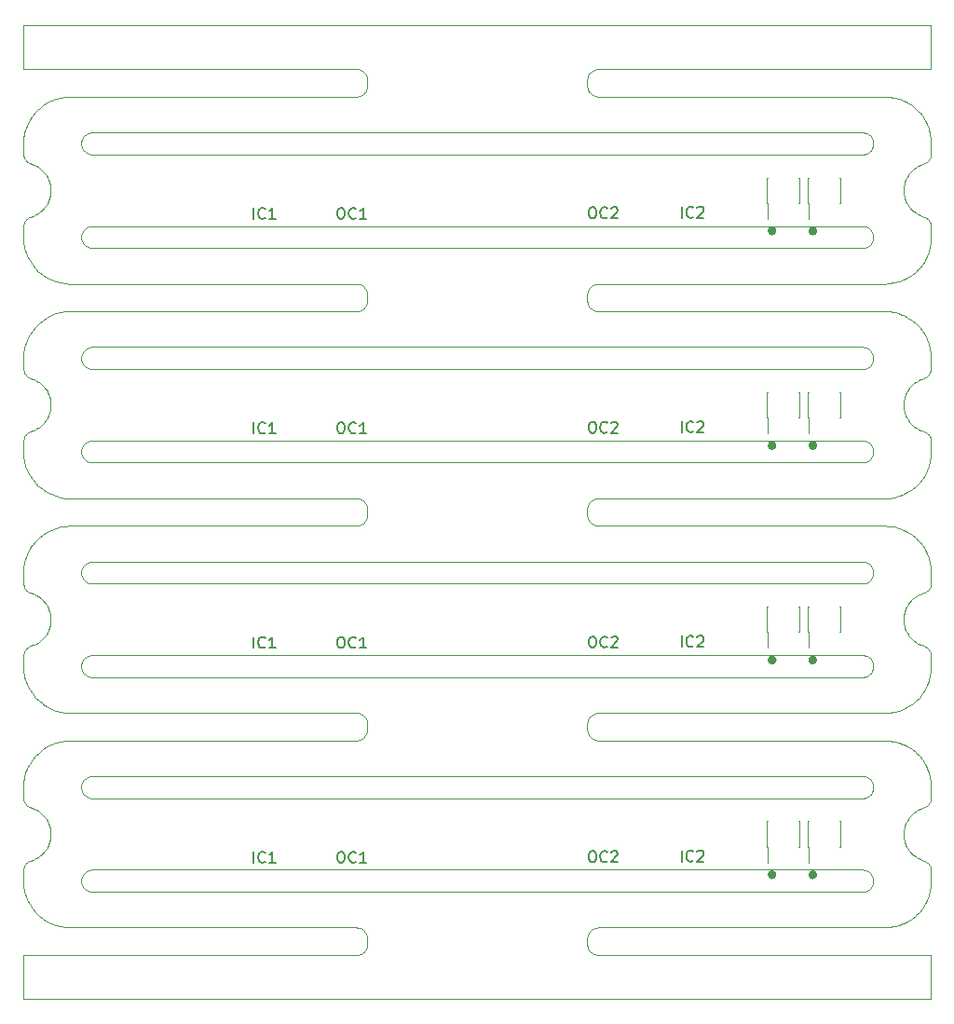
<source format=gbr>
G04 #@! TF.GenerationSoftware,KiCad,Pcbnew,5.1.5+dfsg1-2build2*
G04 #@! TF.CreationDate,2021-10-10T04:01:31+00:00*
G04 #@! TF.ProjectId,base_3.5,62617365-5f33-42e3-952e-6b696361645f,rev?*
G04 #@! TF.SameCoordinates,Original*
G04 #@! TF.FileFunction,Legend,Top*
G04 #@! TF.FilePolarity,Positive*
%FSLAX46Y46*%
G04 Gerber Fmt 4.6, Leading zero omitted, Abs format (unit mm)*
G04 Created by KiCad (PCBNEW 5.1.5+dfsg1-2build2) date 2021-10-10 04:01:31*
%MOMM*%
%LPD*%
G04 APERTURE LIST*
G04 #@! TA.AperFunction,Profile*
%ADD10C,0.100000*%
G04 #@! TD*
%ADD11C,0.400000*%
%ADD12C,0.120000*%
%ADD13C,0.150000*%
G04 APERTURE END LIST*
D10*
X126499900Y-102715900D02*
X126401100Y-102736200D01*
X126596400Y-102685700D02*
X126499900Y-102715900D01*
X126689300Y-102645900D02*
X126596400Y-102685700D01*
X126777600Y-102596800D02*
X126689300Y-102645900D01*
X126860800Y-102538900D02*
X126777600Y-102596800D01*
X126937500Y-102473100D02*
X126860800Y-102538900D01*
X127007100Y-102399800D02*
X126937500Y-102473100D01*
X127069000Y-102319900D02*
X127007100Y-102399800D01*
X127122400Y-102234100D02*
X127069000Y-102319900D01*
X127166900Y-102143400D02*
X127122400Y-102234100D01*
X127202000Y-102048600D02*
X127166900Y-102143400D01*
X127227300Y-101950700D02*
X127202000Y-102048600D01*
X127242600Y-101850800D02*
X127227300Y-101950700D01*
X127247700Y-101749900D02*
X127242600Y-101850800D01*
X127242600Y-101649200D02*
X127247700Y-101749900D01*
X127227300Y-101549300D02*
X127242600Y-101649200D01*
X127202000Y-101451500D02*
X127227300Y-101549300D01*
X127166900Y-101356700D02*
X127202000Y-101451500D01*
X127122400Y-101266000D02*
X127166900Y-101356700D01*
X127069000Y-101180200D02*
X127122400Y-101266000D01*
X127007100Y-101100300D02*
X127069000Y-101180200D01*
X126937300Y-101026800D02*
X127007100Y-101100300D01*
X126860600Y-100961000D02*
X126937300Y-101026800D01*
X126777600Y-100903300D02*
X126860600Y-100961000D01*
X126689300Y-100854200D02*
X126777600Y-100903300D01*
X126596600Y-100814500D02*
X126689300Y-100854200D01*
X126500200Y-100784200D02*
X126596600Y-100814500D01*
X126401200Y-100763800D02*
X126500200Y-100784200D01*
X126300700Y-100753600D02*
X126401200Y-100763800D01*
X126224800Y-100751000D02*
X126300700Y-100753600D01*
X56275400Y-100751000D02*
X126224800Y-100751000D01*
X56199200Y-100753600D02*
X56275400Y-100751000D01*
X56098800Y-100763800D02*
X56199200Y-100753600D01*
X55999800Y-100784200D02*
X56098800Y-100763800D01*
X55903400Y-100814500D02*
X55999800Y-100784200D01*
X55810500Y-100854300D02*
X55903400Y-100814500D01*
X55722100Y-100903400D02*
X55810500Y-100854300D01*
X55639200Y-100961100D02*
X55722100Y-100903400D01*
X55562500Y-101027000D02*
X55639200Y-100961100D01*
X55492900Y-101100300D02*
X55562500Y-101027000D01*
X55431000Y-101180200D02*
X55492900Y-101100300D01*
X55377600Y-101266000D02*
X55431000Y-101180200D01*
X55333100Y-101356700D02*
X55377600Y-101266000D01*
X55298100Y-101451200D02*
X55333100Y-101356700D01*
X55272700Y-101549100D02*
X55298100Y-101451200D01*
X55257400Y-101649000D02*
X55272700Y-101549100D01*
X55252300Y-101749900D02*
X55257400Y-101649000D01*
X55257400Y-101850800D02*
X55252300Y-101749900D01*
X55272700Y-101950700D02*
X55257400Y-101850800D01*
X55298000Y-102048600D02*
X55272700Y-101950700D01*
X55333100Y-102143400D02*
X55298000Y-102048600D01*
X55377600Y-102234100D02*
X55333100Y-102143400D01*
X55431000Y-102319900D02*
X55377600Y-102234100D01*
X55492900Y-102399800D02*
X55431000Y-102319900D01*
X55562500Y-102473100D02*
X55492900Y-102399800D01*
X55639200Y-102538900D02*
X55562500Y-102473100D01*
X55722100Y-102596700D02*
X55639200Y-102538900D01*
X55810500Y-102645700D02*
X55722100Y-102596700D01*
X55903400Y-102685600D02*
X55810500Y-102645700D01*
X55999800Y-102715900D02*
X55903400Y-102685600D01*
X56098800Y-102736200D02*
X55999800Y-102715900D01*
X56199300Y-102746500D02*
X56098800Y-102736200D01*
X56275200Y-102749000D02*
X56199300Y-102746500D01*
X126224900Y-102749000D02*
X56275200Y-102749000D01*
X126300500Y-102746500D02*
X126224900Y-102749000D01*
X126401100Y-102736200D02*
X126300500Y-102746500D01*
X126499900Y-94215900D02*
X126401100Y-94236200D01*
X126596400Y-94185700D02*
X126499900Y-94215900D01*
X126689300Y-94145900D02*
X126596400Y-94185700D01*
X126777600Y-94096800D02*
X126689300Y-94145900D01*
X126860800Y-94038900D02*
X126777600Y-94096800D01*
X126937500Y-93973100D02*
X126860800Y-94038900D01*
X127007100Y-93899800D02*
X126937500Y-93973100D01*
X127069000Y-93819900D02*
X127007100Y-93899800D01*
X127122400Y-93734100D02*
X127069000Y-93819900D01*
X127166900Y-93643400D02*
X127122400Y-93734100D01*
X127202000Y-93548600D02*
X127166900Y-93643400D01*
X127227300Y-93450700D02*
X127202000Y-93548600D01*
X127242600Y-93350800D02*
X127227300Y-93450700D01*
X127247700Y-93249900D02*
X127242600Y-93350800D01*
X127242600Y-93149200D02*
X127247700Y-93249900D01*
X127227300Y-93049300D02*
X127242600Y-93149200D01*
X127202000Y-92951500D02*
X127227300Y-93049300D01*
X127166900Y-92856700D02*
X127202000Y-92951500D01*
X127122400Y-92766000D02*
X127166900Y-92856700D01*
X127069000Y-92680200D02*
X127122400Y-92766000D01*
X127007100Y-92600300D02*
X127069000Y-92680200D01*
X126937300Y-92526800D02*
X127007100Y-92600300D01*
X126860600Y-92461000D02*
X126937300Y-92526800D01*
X126777600Y-92403300D02*
X126860600Y-92461000D01*
X126689300Y-92354200D02*
X126777600Y-92403300D01*
X126596600Y-92314500D02*
X126689300Y-92354200D01*
X126500200Y-92284200D02*
X126596600Y-92314500D01*
X126401200Y-92263800D02*
X126500200Y-92284200D01*
X126300700Y-92253600D02*
X126401200Y-92263800D01*
X126224800Y-92251000D02*
X126300700Y-92253600D01*
X56275400Y-92251000D02*
X126224800Y-92251000D01*
X56199200Y-92253600D02*
X56275400Y-92251000D01*
X56098800Y-92263800D02*
X56199200Y-92253600D01*
X55999800Y-92284200D02*
X56098800Y-92263800D01*
X55903400Y-92314500D02*
X55999800Y-92284200D01*
X55810500Y-92354300D02*
X55903400Y-92314500D01*
X55722100Y-92403400D02*
X55810500Y-92354300D01*
X55639200Y-92461100D02*
X55722100Y-92403400D01*
X55562500Y-92527000D02*
X55639200Y-92461100D01*
X55492900Y-92600300D02*
X55562500Y-92527000D01*
X55431000Y-92680200D02*
X55492900Y-92600300D01*
X55377600Y-92766000D02*
X55431000Y-92680200D01*
X55333100Y-92856700D02*
X55377600Y-92766000D01*
X55298100Y-92951200D02*
X55333100Y-92856700D01*
X55272700Y-93049100D02*
X55298100Y-92951200D01*
X55257400Y-93149000D02*
X55272700Y-93049100D01*
X55252300Y-93249900D02*
X55257400Y-93149000D01*
X55257400Y-93350800D02*
X55252300Y-93249900D01*
X55272700Y-93450700D02*
X55257400Y-93350800D01*
X55298000Y-93548600D02*
X55272700Y-93450700D01*
X55333100Y-93643400D02*
X55298000Y-93548600D01*
X55377600Y-93734100D02*
X55333100Y-93643400D01*
X55431000Y-93819900D02*
X55377600Y-93734100D01*
X55492900Y-93899800D02*
X55431000Y-93819900D01*
X55562500Y-93973100D02*
X55492900Y-93899800D01*
X55639200Y-94038900D02*
X55562500Y-93973100D01*
X55722100Y-94096700D02*
X55639200Y-94038900D01*
X55810500Y-94145700D02*
X55722100Y-94096700D01*
X55903400Y-94185600D02*
X55810500Y-94145700D01*
X55999800Y-94215900D02*
X55903400Y-94185600D01*
X56098800Y-94236200D02*
X55999800Y-94215900D01*
X56199300Y-94246500D02*
X56098800Y-94236200D01*
X56275200Y-94249000D02*
X56199300Y-94246500D01*
X126224900Y-94249000D02*
X56275200Y-94249000D01*
X126300500Y-94246500D02*
X126224900Y-94249000D01*
X126401100Y-94236200D02*
X126300500Y-94246500D01*
X126499900Y-83215900D02*
X126401000Y-83236200D01*
X126596400Y-83185700D02*
X126499900Y-83215900D01*
X126689300Y-83145800D02*
X126596400Y-83185700D01*
X126777600Y-83096800D02*
X126689300Y-83145800D01*
X126860800Y-83038900D02*
X126777600Y-83096800D01*
X126937500Y-82973100D02*
X126860800Y-83038900D01*
X127007100Y-82899800D02*
X126937500Y-82973100D01*
X127069000Y-82819900D02*
X127007100Y-82899800D01*
X127122400Y-82734100D02*
X127069000Y-82819900D01*
X127166900Y-82643300D02*
X127122400Y-82734100D01*
X127202000Y-82548600D02*
X127166900Y-82643300D01*
X127227300Y-82450700D02*
X127202000Y-82548600D01*
X127242600Y-82350800D02*
X127227300Y-82450700D01*
X127247700Y-82249900D02*
X127242600Y-82350800D01*
X127242600Y-82149200D02*
X127247700Y-82249900D01*
X127227300Y-82049300D02*
X127242600Y-82149200D01*
X127202000Y-81951500D02*
X127227300Y-82049300D01*
X127166900Y-81856700D02*
X127202000Y-81951500D01*
X127122400Y-81765900D02*
X127166900Y-81856700D01*
X127069000Y-81680200D02*
X127122400Y-81765900D01*
X127007100Y-81600200D02*
X127069000Y-81680200D01*
X126937300Y-81526800D02*
X127007100Y-81600200D01*
X126860600Y-81461000D02*
X126937300Y-81526800D01*
X126777600Y-81403200D02*
X126860600Y-81461000D01*
X126689300Y-81354200D02*
X126777600Y-81403200D01*
X126596600Y-81314500D02*
X126689300Y-81354200D01*
X126500200Y-81284200D02*
X126596600Y-81314500D01*
X126401200Y-81263800D02*
X126500200Y-81284200D01*
X126300700Y-81253600D02*
X126401200Y-81263800D01*
X126224800Y-81251000D02*
X126300700Y-81253600D01*
X56275300Y-81251000D02*
X126224800Y-81251000D01*
X56199200Y-81253600D02*
X56275300Y-81251000D01*
X56098800Y-81263800D02*
X56199200Y-81253600D01*
X55999800Y-81284200D02*
X56098800Y-81263800D01*
X55903400Y-81314500D02*
X55999800Y-81284200D01*
X55810500Y-81354300D02*
X55903400Y-81314500D01*
X55722100Y-81403400D02*
X55810500Y-81354300D01*
X55639200Y-81461100D02*
X55722100Y-81403400D01*
X55562500Y-81527000D02*
X55639200Y-81461100D01*
X55492900Y-81600200D02*
X55562500Y-81527000D01*
X55431000Y-81680200D02*
X55492900Y-81600200D01*
X55377600Y-81765900D02*
X55431000Y-81680200D01*
X55333100Y-81856700D02*
X55377600Y-81765900D01*
X55298100Y-81951200D02*
X55333100Y-81856700D01*
X55272700Y-82049000D02*
X55298100Y-81951200D01*
X55257400Y-82148900D02*
X55272700Y-82049000D01*
X55252300Y-82249900D02*
X55257400Y-82148900D01*
X55257400Y-82350800D02*
X55252300Y-82249900D01*
X55272700Y-82450700D02*
X55257400Y-82350800D01*
X55298000Y-82548600D02*
X55272700Y-82450700D01*
X55333100Y-82643300D02*
X55298000Y-82548600D01*
X55377600Y-82734100D02*
X55333100Y-82643300D01*
X55431000Y-82819900D02*
X55377600Y-82734100D01*
X55492900Y-82899800D02*
X55431000Y-82819900D01*
X55562500Y-82973100D02*
X55492900Y-82899800D01*
X55639200Y-83038900D02*
X55562500Y-82973100D01*
X55722100Y-83096700D02*
X55639200Y-83038900D01*
X55810500Y-83145700D02*
X55722100Y-83096700D01*
X55903400Y-83185600D02*
X55810500Y-83145700D01*
X55999800Y-83215800D02*
X55903400Y-83185600D01*
X56098800Y-83236200D02*
X55999800Y-83215800D01*
X56199300Y-83246400D02*
X56098800Y-83236200D01*
X56275200Y-83249000D02*
X56199300Y-83246400D01*
X126224800Y-83249000D02*
X56275200Y-83249000D01*
X126300600Y-83246400D02*
X126224800Y-83249000D01*
X126401000Y-83236200D02*
X126300600Y-83246400D01*
X126499900Y-74715900D02*
X126401000Y-74736200D01*
X126596400Y-74685700D02*
X126499900Y-74715900D01*
X126689300Y-74645800D02*
X126596400Y-74685700D01*
X126777600Y-74596800D02*
X126689300Y-74645800D01*
X126860800Y-74538900D02*
X126777600Y-74596800D01*
X126937500Y-74473100D02*
X126860800Y-74538900D01*
X127007100Y-74399800D02*
X126937500Y-74473100D01*
X127069000Y-74319900D02*
X127007100Y-74399800D01*
X127122400Y-74234100D02*
X127069000Y-74319900D01*
X127166900Y-74143300D02*
X127122400Y-74234100D01*
X127202000Y-74048600D02*
X127166900Y-74143300D01*
X127227300Y-73950700D02*
X127202000Y-74048600D01*
X127242600Y-73850800D02*
X127227300Y-73950700D01*
X127247700Y-73749900D02*
X127242600Y-73850800D01*
X127242600Y-73649200D02*
X127247700Y-73749900D01*
X127227300Y-73549300D02*
X127242600Y-73649200D01*
X127202000Y-73451500D02*
X127227300Y-73549300D01*
X127166900Y-73356700D02*
X127202000Y-73451500D01*
X127122400Y-73265900D02*
X127166900Y-73356700D01*
X127069000Y-73180200D02*
X127122400Y-73265900D01*
X127007100Y-73100200D02*
X127069000Y-73180200D01*
X126937300Y-73026800D02*
X127007100Y-73100200D01*
X126860600Y-72961000D02*
X126937300Y-73026800D01*
X126777600Y-72903200D02*
X126860600Y-72961000D01*
X126689300Y-72854200D02*
X126777600Y-72903200D01*
X126596600Y-72814500D02*
X126689300Y-72854200D01*
X126500200Y-72784200D02*
X126596600Y-72814500D01*
X126401200Y-72763800D02*
X126500200Y-72784200D01*
X126300700Y-72753600D02*
X126401200Y-72763800D01*
X126224800Y-72751000D02*
X126300700Y-72753600D01*
X56275300Y-72751000D02*
X126224800Y-72751000D01*
X56199200Y-72753600D02*
X56275300Y-72751000D01*
X56098800Y-72763800D02*
X56199200Y-72753600D01*
X55999800Y-72784200D02*
X56098800Y-72763800D01*
X55903400Y-72814500D02*
X55999800Y-72784200D01*
X55810500Y-72854300D02*
X55903400Y-72814500D01*
X55722100Y-72903400D02*
X55810500Y-72854300D01*
X55639200Y-72961100D02*
X55722100Y-72903400D01*
X55562500Y-73027000D02*
X55639200Y-72961100D01*
X55492900Y-73100200D02*
X55562500Y-73027000D01*
X55431000Y-73180200D02*
X55492900Y-73100200D01*
X55377600Y-73265900D02*
X55431000Y-73180200D01*
X55333100Y-73356700D02*
X55377600Y-73265900D01*
X55298100Y-73451200D02*
X55333100Y-73356700D01*
X55272700Y-73549000D02*
X55298100Y-73451200D01*
X55257400Y-73648900D02*
X55272700Y-73549000D01*
X55252300Y-73749900D02*
X55257400Y-73648900D01*
X55257400Y-73850800D02*
X55252300Y-73749900D01*
X55272700Y-73950700D02*
X55257400Y-73850800D01*
X55298000Y-74048600D02*
X55272700Y-73950700D01*
X55333100Y-74143300D02*
X55298000Y-74048600D01*
X55377600Y-74234100D02*
X55333100Y-74143300D01*
X55431000Y-74319900D02*
X55377600Y-74234100D01*
X55492900Y-74399800D02*
X55431000Y-74319900D01*
X55562500Y-74473100D02*
X55492900Y-74399800D01*
X55639200Y-74538900D02*
X55562500Y-74473100D01*
X55722100Y-74596700D02*
X55639200Y-74538900D01*
X55810500Y-74645700D02*
X55722100Y-74596700D01*
X55903400Y-74685600D02*
X55810500Y-74645700D01*
X55999800Y-74715800D02*
X55903400Y-74685600D01*
X56098800Y-74736200D02*
X55999800Y-74715800D01*
X56199300Y-74746400D02*
X56098800Y-74736200D01*
X56275200Y-74749000D02*
X56199300Y-74746400D01*
X126224800Y-74749000D02*
X56275200Y-74749000D01*
X126300600Y-74746400D02*
X126224800Y-74749000D01*
X126401000Y-74736200D02*
X126300600Y-74746400D01*
X126499900Y-63715900D02*
X126401000Y-63736200D01*
X126596400Y-63685700D02*
X126499900Y-63715900D01*
X126689300Y-63645800D02*
X126596400Y-63685700D01*
X126777600Y-63596800D02*
X126689300Y-63645800D01*
X126860600Y-63539100D02*
X126777600Y-63596800D01*
X126937300Y-63473200D02*
X126860600Y-63539100D01*
X127007100Y-63399800D02*
X126937300Y-63473200D01*
X127069000Y-63319900D02*
X127007100Y-63399800D01*
X127122300Y-63234300D02*
X127069000Y-63319900D01*
X127166800Y-63143600D02*
X127122300Y-63234300D01*
X127201900Y-63048800D02*
X127166800Y-63143600D01*
X127227300Y-62951000D02*
X127201900Y-63048800D01*
X127242600Y-62851100D02*
X127227300Y-62951000D01*
X127247700Y-62750100D02*
X127242600Y-62851100D01*
X127242600Y-62649200D02*
X127247700Y-62750100D01*
X127227300Y-62549300D02*
X127242600Y-62649200D01*
X127202000Y-62451500D02*
X127227300Y-62549300D01*
X127166900Y-62356700D02*
X127202000Y-62451500D01*
X127122400Y-62265900D02*
X127166900Y-62356700D01*
X127069000Y-62180200D02*
X127122400Y-62265900D01*
X127007100Y-62100200D02*
X127069000Y-62180200D01*
X126937300Y-62026800D02*
X127007100Y-62100200D01*
X126860600Y-61960900D02*
X126937300Y-62026800D01*
X126777900Y-61903400D02*
X126860600Y-61960900D01*
X126689500Y-61854300D02*
X126777900Y-61903400D01*
X126596600Y-61814400D02*
X126689500Y-61854300D01*
X126500200Y-61784200D02*
X126596600Y-61814400D01*
X126401200Y-61763800D02*
X126500200Y-61784200D01*
X126300700Y-61753600D02*
X126401200Y-61763800D01*
X126224800Y-61751000D02*
X126300700Y-61753600D01*
X56275200Y-61751000D02*
X126224800Y-61751000D01*
X56199300Y-61753600D02*
X56275200Y-61751000D01*
X56098800Y-61763800D02*
X56199300Y-61753600D01*
X55999800Y-61784200D02*
X56098800Y-61763800D01*
X55903400Y-61814400D02*
X55999800Y-61784200D01*
X55810500Y-61854300D02*
X55903400Y-61814400D01*
X55722100Y-61903400D02*
X55810500Y-61854300D01*
X55639200Y-61961100D02*
X55722100Y-61903400D01*
X55562500Y-62027000D02*
X55639200Y-61961100D01*
X55492900Y-62100200D02*
X55562500Y-62027000D01*
X55431000Y-62180200D02*
X55492900Y-62100200D01*
X55377600Y-62265900D02*
X55431000Y-62180200D01*
X55333100Y-62356700D02*
X55377600Y-62265900D01*
X55298000Y-62451500D02*
X55333100Y-62356700D01*
X55272700Y-62549000D02*
X55298000Y-62451500D01*
X55257400Y-62648900D02*
X55272700Y-62549000D01*
X55252300Y-62749900D02*
X55257400Y-62648900D01*
X55257400Y-62850800D02*
X55252300Y-62749900D01*
X55272700Y-62950700D02*
X55257400Y-62850800D01*
X55298000Y-63048500D02*
X55272700Y-62950700D01*
X55333100Y-63143300D02*
X55298000Y-63048500D01*
X55377600Y-63234100D02*
X55333100Y-63143300D01*
X55431000Y-63319900D02*
X55377600Y-63234100D01*
X55492900Y-63399800D02*
X55431000Y-63319900D01*
X55562500Y-63473000D02*
X55492900Y-63399800D01*
X55639200Y-63538900D02*
X55562500Y-63473000D01*
X55722100Y-63596600D02*
X55639200Y-63538900D01*
X55810500Y-63645700D02*
X55722100Y-63596600D01*
X55903400Y-63685600D02*
X55810500Y-63645700D01*
X55999800Y-63715800D02*
X55903400Y-63685600D01*
X56098800Y-63736200D02*
X55999800Y-63715800D01*
X56199300Y-63746400D02*
X56098800Y-63736200D01*
X56275200Y-63749000D02*
X56199300Y-63746400D01*
X126224800Y-63749000D02*
X56275200Y-63749000D01*
X126300700Y-63746400D02*
X126224800Y-63749000D01*
X126401000Y-63736200D02*
X126300700Y-63746400D01*
X126499900Y-55215900D02*
X126401000Y-55236200D01*
X126596400Y-55185700D02*
X126499900Y-55215900D01*
X126689300Y-55145800D02*
X126596400Y-55185700D01*
X126777600Y-55096800D02*
X126689300Y-55145800D01*
X126860600Y-55039100D02*
X126777600Y-55096800D01*
X126937300Y-54973200D02*
X126860600Y-55039100D01*
X127007100Y-54899800D02*
X126937300Y-54973200D01*
X127069000Y-54819900D02*
X127007100Y-54899800D01*
X127122300Y-54734300D02*
X127069000Y-54819900D01*
X127166800Y-54643600D02*
X127122300Y-54734300D01*
X127201900Y-54548800D02*
X127166800Y-54643600D01*
X127227300Y-54451000D02*
X127201900Y-54548800D01*
X127242600Y-54351100D02*
X127227300Y-54451000D01*
X127247700Y-54250100D02*
X127242600Y-54351100D01*
X127242600Y-54149200D02*
X127247700Y-54250100D01*
X127227300Y-54049300D02*
X127242600Y-54149200D01*
X127202000Y-53951500D02*
X127227300Y-54049300D01*
X127166900Y-53856700D02*
X127202000Y-53951500D01*
X127122400Y-53765900D02*
X127166900Y-53856700D01*
X127069000Y-53680200D02*
X127122400Y-53765900D01*
X127007100Y-53600200D02*
X127069000Y-53680200D01*
X126937300Y-53526800D02*
X127007100Y-53600200D01*
X126860600Y-53460900D02*
X126937300Y-53526800D01*
X126777900Y-53403400D02*
X126860600Y-53460900D01*
X126689500Y-53354300D02*
X126777900Y-53403400D01*
X126596600Y-53314400D02*
X126689500Y-53354300D01*
X126500200Y-53284200D02*
X126596600Y-53314400D01*
X126401200Y-53263800D02*
X126500200Y-53284200D01*
X126300700Y-53253600D02*
X126401200Y-53263800D01*
X126224800Y-53251000D02*
X126300700Y-53253600D01*
X56275200Y-53251000D02*
X126224800Y-53251000D01*
X56199300Y-53253600D02*
X56275200Y-53251000D01*
X56098800Y-53263800D02*
X56199300Y-53253600D01*
X55999800Y-53284200D02*
X56098800Y-53263800D01*
X55903400Y-53314400D02*
X55999800Y-53284200D01*
X55810500Y-53354300D02*
X55903400Y-53314400D01*
X55722100Y-53403400D02*
X55810500Y-53354300D01*
X55639200Y-53461100D02*
X55722100Y-53403400D01*
X55562500Y-53527000D02*
X55639200Y-53461100D01*
X55492900Y-53600200D02*
X55562500Y-53527000D01*
X55431000Y-53680200D02*
X55492900Y-53600200D01*
X55377600Y-53765900D02*
X55431000Y-53680200D01*
X55333100Y-53856700D02*
X55377600Y-53765900D01*
X55298000Y-53951500D02*
X55333100Y-53856700D01*
X55272700Y-54049000D02*
X55298000Y-53951500D01*
X55257400Y-54148900D02*
X55272700Y-54049000D01*
X55252300Y-54249900D02*
X55257400Y-54148900D01*
X55257400Y-54350800D02*
X55252300Y-54249900D01*
X55272700Y-54450700D02*
X55257400Y-54350800D01*
X55298000Y-54548500D02*
X55272700Y-54450700D01*
X55333100Y-54643300D02*
X55298000Y-54548500D01*
X55377600Y-54734100D02*
X55333100Y-54643300D01*
X55431000Y-54819900D02*
X55377600Y-54734100D01*
X55492900Y-54899800D02*
X55431000Y-54819900D01*
X55562500Y-54973000D02*
X55492900Y-54899800D01*
X55639200Y-55038900D02*
X55562500Y-54973000D01*
X55722100Y-55096600D02*
X55639200Y-55038900D01*
X55810500Y-55145700D02*
X55722100Y-55096600D01*
X55903400Y-55185600D02*
X55810500Y-55145700D01*
X55999800Y-55215800D02*
X55903400Y-55185600D01*
X56098800Y-55236200D02*
X55999800Y-55215800D01*
X56199300Y-55246400D02*
X56098800Y-55236200D01*
X56275200Y-55249000D02*
X56199300Y-55246400D01*
X126224800Y-55249000D02*
X56275200Y-55249000D01*
X126300700Y-55246400D02*
X126224800Y-55249000D01*
X126401000Y-55236200D02*
X126300700Y-55246400D01*
X126500200Y-122215900D02*
X126400700Y-122236300D01*
X126596600Y-122185600D02*
X126500200Y-122215900D01*
X126689500Y-122145700D02*
X126596600Y-122185600D01*
X126777900Y-122096700D02*
X126689500Y-122145700D01*
X126860800Y-122038900D02*
X126777900Y-122096700D01*
X126937500Y-121973100D02*
X126860800Y-122038900D01*
X127007100Y-121899800D02*
X126937500Y-121973100D01*
X127069000Y-121819900D02*
X127007100Y-121899800D01*
X127122400Y-121734100D02*
X127069000Y-121819900D01*
X127166900Y-121643400D02*
X127122400Y-121734100D01*
X127202000Y-121548600D02*
X127166900Y-121643400D01*
X127227300Y-121450800D02*
X127202000Y-121548600D01*
X127242600Y-121350900D02*
X127227300Y-121450800D01*
X127247700Y-121249900D02*
X127242600Y-121350900D01*
X127242600Y-121149300D02*
X127247700Y-121249900D01*
X127227300Y-121049300D02*
X127242600Y-121149300D01*
X127202000Y-120951500D02*
X127227300Y-121049300D01*
X127166900Y-120856700D02*
X127202000Y-120951500D01*
X127122400Y-120766000D02*
X127166900Y-120856700D01*
X127069000Y-120680200D02*
X127122400Y-120766000D01*
X127007100Y-120600300D02*
X127069000Y-120680200D01*
X126937300Y-120526800D02*
X127007100Y-120600300D01*
X126860600Y-120461000D02*
X126937300Y-120526800D01*
X126777600Y-120403300D02*
X126860600Y-120461000D01*
X126689300Y-120354200D02*
X126777600Y-120403300D01*
X126596600Y-120314500D02*
X126689300Y-120354200D01*
X126500200Y-120284200D02*
X126596600Y-120314500D01*
X126401200Y-120263900D02*
X126500200Y-120284200D01*
X126300700Y-120253600D02*
X126401200Y-120263900D01*
X126224800Y-120251100D02*
X126300700Y-120253600D01*
X56275000Y-120251100D02*
X126224800Y-120251100D01*
X56199600Y-120253600D02*
X56275000Y-120251100D01*
X56098800Y-120263900D02*
X56199600Y-120253600D01*
X55999800Y-120284200D02*
X56098800Y-120263900D01*
X55903400Y-120314500D02*
X55999800Y-120284200D01*
X55810500Y-120354400D02*
X55903400Y-120314500D01*
X55722100Y-120403400D02*
X55810500Y-120354400D01*
X55639200Y-120461200D02*
X55722100Y-120403400D01*
X55562500Y-120527000D02*
X55639200Y-120461200D01*
X55492900Y-120600300D02*
X55562500Y-120527000D01*
X55431000Y-120680200D02*
X55492900Y-120600300D01*
X55377600Y-120766000D02*
X55431000Y-120680200D01*
X55333100Y-120856700D02*
X55377600Y-120766000D01*
X55298100Y-120951200D02*
X55333100Y-120856700D01*
X55272700Y-121049100D02*
X55298100Y-120951200D01*
X55257400Y-121149000D02*
X55272700Y-121049100D01*
X55252300Y-121249900D02*
X55257400Y-121149000D01*
X55257400Y-121350900D02*
X55252300Y-121249900D01*
X55272700Y-121450800D02*
X55257400Y-121350900D01*
X55298000Y-121548600D02*
X55272700Y-121450800D01*
X55333100Y-121643400D02*
X55298000Y-121548600D01*
X55377600Y-121734100D02*
X55333100Y-121643400D01*
X55431000Y-121819900D02*
X55377600Y-121734100D01*
X55492900Y-121899800D02*
X55431000Y-121819900D01*
X55562500Y-121973100D02*
X55492900Y-121899800D01*
X55639200Y-122038900D02*
X55562500Y-121973100D01*
X55722100Y-122096700D02*
X55639200Y-122038900D01*
X55810500Y-122145700D02*
X55722100Y-122096700D01*
X55903400Y-122185600D02*
X55810500Y-122145700D01*
X55999800Y-122215900D02*
X55903400Y-122185600D01*
X56098800Y-122236200D02*
X55999800Y-122215900D01*
X56199300Y-122246500D02*
X56098800Y-122236200D01*
X56275200Y-122249100D02*
X56199300Y-122246500D01*
X126224500Y-122249100D02*
X56275200Y-122249100D01*
X126300900Y-122246500D02*
X126224500Y-122249100D01*
X126400700Y-122236300D02*
X126300900Y-122246500D01*
X126500200Y-113715900D02*
X126400700Y-113736300D01*
X126596600Y-113685600D02*
X126500200Y-113715900D01*
X126689500Y-113645700D02*
X126596600Y-113685600D01*
X126777900Y-113596700D02*
X126689500Y-113645700D01*
X126860800Y-113538900D02*
X126777900Y-113596700D01*
X126937500Y-113473100D02*
X126860800Y-113538900D01*
X127007100Y-113399800D02*
X126937500Y-113473100D01*
X127069000Y-113319900D02*
X127007100Y-113399800D01*
X127122400Y-113234100D02*
X127069000Y-113319900D01*
X127166900Y-113143400D02*
X127122400Y-113234100D01*
X127202000Y-113048600D02*
X127166900Y-113143400D01*
X127227300Y-112950800D02*
X127202000Y-113048600D01*
X127242600Y-112850900D02*
X127227300Y-112950800D01*
X127247700Y-112749900D02*
X127242600Y-112850900D01*
X127242600Y-112649300D02*
X127247700Y-112749900D01*
X127227300Y-112549300D02*
X127242600Y-112649300D01*
X127202000Y-112451500D02*
X127227300Y-112549300D01*
X127166900Y-112356700D02*
X127202000Y-112451500D01*
X127122400Y-112266000D02*
X127166900Y-112356700D01*
X127069000Y-112180200D02*
X127122400Y-112266000D01*
X127007100Y-112100300D02*
X127069000Y-112180200D01*
X126937300Y-112026800D02*
X127007100Y-112100300D01*
X126860600Y-111961000D02*
X126937300Y-112026800D01*
X126777600Y-111903300D02*
X126860600Y-111961000D01*
X126689300Y-111854200D02*
X126777600Y-111903300D01*
X126596600Y-111814500D02*
X126689300Y-111854200D01*
X126500200Y-111784200D02*
X126596600Y-111814500D01*
X126401200Y-111763900D02*
X126500200Y-111784200D01*
X126300700Y-111753600D02*
X126401200Y-111763900D01*
X126224800Y-111751100D02*
X126300700Y-111753600D01*
X56275000Y-111751100D02*
X126224800Y-111751100D01*
X56199600Y-111753600D02*
X56275000Y-111751100D01*
X56098800Y-111763900D02*
X56199600Y-111753600D01*
X55999800Y-111784200D02*
X56098800Y-111763900D01*
X55903400Y-111814500D02*
X55999800Y-111784200D01*
X55810500Y-111854400D02*
X55903400Y-111814500D01*
X55722100Y-111903400D02*
X55810500Y-111854400D01*
X55639200Y-111961200D02*
X55722100Y-111903400D01*
X55562500Y-112027000D02*
X55639200Y-111961200D01*
X55492900Y-112100300D02*
X55562500Y-112027000D01*
X55431000Y-112180200D02*
X55492900Y-112100300D01*
X55377600Y-112266000D02*
X55431000Y-112180200D01*
X55333100Y-112356700D02*
X55377600Y-112266000D01*
X55298100Y-112451200D02*
X55333100Y-112356700D01*
X55272700Y-112549100D02*
X55298100Y-112451200D01*
X55257400Y-112649000D02*
X55272700Y-112549100D01*
X55252300Y-112749900D02*
X55257400Y-112649000D01*
X55257400Y-112850900D02*
X55252300Y-112749900D01*
X55272700Y-112950800D02*
X55257400Y-112850900D01*
X55298000Y-113048600D02*
X55272700Y-112950800D01*
X55333100Y-113143400D02*
X55298000Y-113048600D01*
X55377600Y-113234100D02*
X55333100Y-113143400D01*
X55431000Y-113319900D02*
X55377600Y-113234100D01*
X55492900Y-113399800D02*
X55431000Y-113319900D01*
X55562500Y-113473100D02*
X55492900Y-113399800D01*
X55639200Y-113538900D02*
X55562500Y-113473100D01*
X55722100Y-113596700D02*
X55639200Y-113538900D01*
X55810500Y-113645700D02*
X55722100Y-113596700D01*
X55903400Y-113685600D02*
X55810500Y-113645700D01*
X55999800Y-113715900D02*
X55903400Y-113685600D01*
X56098800Y-113736200D02*
X55999800Y-113715900D01*
X56199300Y-113746500D02*
X56098800Y-113736200D01*
X56275200Y-113749100D02*
X56199300Y-113746500D01*
X126224500Y-113749100D02*
X56275200Y-113749100D01*
X126300900Y-113746500D02*
X126224500Y-113749100D01*
X126400700Y-113736300D02*
X126300900Y-113746500D01*
X132476500Y-43499000D02*
X50009200Y-43499700D01*
X132491800Y-43499800D02*
X132476500Y-43499000D01*
X132497700Y-43503000D02*
X132491800Y-43499800D01*
X132500200Y-43508200D02*
X132497700Y-43503000D01*
X132501000Y-43523500D02*
X132500200Y-43508200D01*
X132501000Y-47475500D02*
X132501000Y-43523500D01*
X132499700Y-47492700D02*
X132501000Y-47475500D01*
X132496300Y-47497400D02*
X132499700Y-47492700D01*
X132491800Y-47499200D02*
X132496300Y-47497400D01*
X102241300Y-47500000D02*
X132491800Y-47499200D01*
X102144000Y-47504800D02*
X102241300Y-47500000D01*
X102047900Y-47519000D02*
X102144000Y-47504800D01*
X101953600Y-47542600D02*
X102047900Y-47519000D01*
X101862200Y-47575400D02*
X101953600Y-47542600D01*
X101774300Y-47616900D02*
X101862200Y-47575400D01*
X101691000Y-47666900D02*
X101774300Y-47616900D01*
X101613000Y-47724700D02*
X101691000Y-47666900D01*
X101541000Y-47790000D02*
X101613000Y-47724700D01*
X101475700Y-47862000D02*
X101541000Y-47790000D01*
X101417900Y-47940000D02*
X101475700Y-47862000D01*
X101367900Y-48023300D02*
X101417900Y-47940000D01*
X101326400Y-48111100D02*
X101367900Y-48023300D01*
X101293700Y-48202600D02*
X101326400Y-48111100D01*
X101270000Y-48296900D02*
X101293700Y-48202600D01*
X101255800Y-48393000D02*
X101270000Y-48296900D01*
X101251000Y-48490200D02*
X101255800Y-48393000D01*
X101251000Y-49008800D02*
X101251000Y-48490200D01*
X101255800Y-49106000D02*
X101251000Y-49008800D01*
X101270000Y-49202100D02*
X101255800Y-49106000D01*
X101293700Y-49296400D02*
X101270000Y-49202100D01*
X101326400Y-49387900D02*
X101293700Y-49296400D01*
X101367900Y-49475700D02*
X101326400Y-49387900D01*
X101417900Y-49559000D02*
X101367900Y-49475700D01*
X101475700Y-49637000D02*
X101417900Y-49559000D01*
X101541000Y-49709000D02*
X101475700Y-49637000D01*
X101613000Y-49774300D02*
X101541000Y-49709000D01*
X101691000Y-49832100D02*
X101613000Y-49774300D01*
X101774300Y-49882100D02*
X101691000Y-49832100D01*
X101862200Y-49923600D02*
X101774300Y-49882100D01*
X101953600Y-49956400D02*
X101862200Y-49923600D01*
X102047900Y-49980000D02*
X101953600Y-49956400D01*
X102144000Y-49994200D02*
X102047900Y-49980000D01*
X102241300Y-49999000D02*
X102144000Y-49994200D01*
X128243400Y-49999000D02*
X102241300Y-49999000D01*
X128694100Y-50022600D02*
X128243400Y-49999000D01*
X129121100Y-50089900D02*
X128694100Y-50022600D01*
X129146500Y-50095300D02*
X129121100Y-50089900D01*
X129550900Y-50203600D02*
X129146500Y-50095300D01*
X129575900Y-50211800D02*
X129550900Y-50203600D01*
X129979200Y-50367000D02*
X129575900Y-50211800D01*
X130375600Y-50569000D02*
X129979200Y-50367000D01*
X130748300Y-50811000D02*
X130375600Y-50569000D01*
X131084200Y-51082600D02*
X130748300Y-50811000D01*
X131103800Y-51100200D02*
X131084200Y-51082600D01*
X131399800Y-51396200D02*
X131103800Y-51100200D01*
X131417400Y-51415700D02*
X131399800Y-51396200D01*
X131689000Y-51751800D02*
X131417400Y-51415700D01*
X131931100Y-52124500D02*
X131689000Y-51751800D01*
X132133100Y-52520900D02*
X131931100Y-52124500D01*
X132288200Y-52924100D02*
X132133100Y-52520900D01*
X132296300Y-52949100D02*
X132288200Y-52924100D01*
X132404700Y-53353400D02*
X132296300Y-52949100D01*
X132410200Y-53379100D02*
X132404700Y-53353400D01*
X132477400Y-53806000D02*
X132410200Y-53379100D01*
X132501000Y-54256500D02*
X132477400Y-53806000D01*
X132501000Y-55139700D02*
X132501000Y-54256500D01*
X132495900Y-55244100D02*
X132501000Y-55139700D01*
X132481400Y-55341600D02*
X132495900Y-55244100D01*
X132457200Y-55437700D02*
X132481400Y-55341600D01*
X132423900Y-55530500D02*
X132457200Y-55437700D01*
X132387300Y-55608200D02*
X132423900Y-55530500D01*
X132375600Y-55630000D02*
X132387300Y-55608200D01*
X132323700Y-55713800D02*
X132375600Y-55630000D01*
X132272100Y-55782500D02*
X132323700Y-55713800D01*
X132214100Y-55846600D02*
X132272100Y-55782500D01*
X132196500Y-55864100D02*
X132214100Y-55846600D01*
X132132400Y-55921400D02*
X132196500Y-55864100D01*
X132062800Y-55973000D02*
X132132400Y-55921400D01*
X131968400Y-56030200D02*
X132062800Y-55973000D01*
X131879100Y-56072000D02*
X131968400Y-56030200D01*
X131600100Y-56170700D02*
X131879100Y-56072000D01*
X131509400Y-56207800D02*
X131600100Y-56170700D01*
X131375300Y-56270600D02*
X131509400Y-56207800D01*
X131288700Y-56316400D02*
X131375300Y-56270600D01*
X131161400Y-56392000D02*
X131288700Y-56316400D01*
X131079800Y-56446200D02*
X131161400Y-56392000D01*
X130960600Y-56533900D02*
X131079800Y-56446200D01*
X130884600Y-56595900D02*
X130960600Y-56533900D01*
X130774600Y-56694900D02*
X130884600Y-56595900D01*
X130705100Y-56764000D02*
X130774600Y-56694900D01*
X130605400Y-56873400D02*
X130705100Y-56764000D01*
X130543000Y-56949000D02*
X130605400Y-56873400D01*
X130454500Y-57067700D02*
X130543000Y-56949000D01*
X130399900Y-57149100D02*
X130454500Y-57067700D01*
X130323600Y-57275900D02*
X130399900Y-57149100D01*
X130277200Y-57362300D02*
X130323600Y-57275900D01*
X130213700Y-57496000D02*
X130277200Y-57362300D01*
X130176000Y-57586500D02*
X130213700Y-57496000D01*
X130126000Y-57725800D02*
X130176000Y-57586500D01*
X130097400Y-57819500D02*
X130126000Y-57725800D01*
X130061300Y-57963100D02*
X130097400Y-57819500D01*
X130042200Y-58059200D02*
X130061300Y-57963100D01*
X130020400Y-58205600D02*
X130042200Y-58059200D01*
X130010700Y-58303100D02*
X130020400Y-58205600D01*
X130003400Y-58451000D02*
X130010700Y-58303100D01*
X130003400Y-58549000D02*
X130003400Y-58451000D01*
X130010700Y-58696900D02*
X130003400Y-58549000D01*
X130020400Y-58794400D02*
X130010700Y-58696900D01*
X130042200Y-58940800D02*
X130020400Y-58794400D01*
X130061300Y-59036900D02*
X130042200Y-58940800D01*
X130097400Y-59180500D02*
X130061300Y-59036900D01*
X130126000Y-59274200D02*
X130097400Y-59180500D01*
X130176000Y-59413500D02*
X130126000Y-59274200D01*
X130213700Y-59504000D02*
X130176000Y-59413500D01*
X130277200Y-59637700D02*
X130213700Y-59504000D01*
X130323600Y-59724100D02*
X130277200Y-59637700D01*
X130399900Y-59850900D02*
X130323600Y-59724100D01*
X130454500Y-59932300D02*
X130399900Y-59850900D01*
X130543000Y-60051000D02*
X130454500Y-59932300D01*
X130605400Y-60126600D02*
X130543000Y-60051000D01*
X130705100Y-60236000D02*
X130605400Y-60126600D01*
X130774600Y-60305100D02*
X130705100Y-60236000D01*
X130884600Y-60404100D02*
X130774600Y-60305100D01*
X130960600Y-60466100D02*
X130884600Y-60404100D01*
X131079800Y-60553800D02*
X130960600Y-60466100D01*
X131161500Y-60608000D02*
X131079800Y-60553800D01*
X131288700Y-60683600D02*
X131161500Y-60608000D01*
X131375300Y-60729500D02*
X131288700Y-60683600D01*
X131509400Y-60792200D02*
X131375300Y-60729500D01*
X131600100Y-60829300D02*
X131509400Y-60792200D01*
X131878700Y-60927800D02*
X131600100Y-60829300D01*
X131957100Y-60964100D02*
X131878700Y-60927800D01*
X131978900Y-60975700D02*
X131957100Y-60964100D01*
X132052700Y-61019900D02*
X131978900Y-60975700D01*
X132122500Y-61070900D02*
X132052700Y-61019900D01*
X132141700Y-61086500D02*
X132122500Y-61070900D01*
X132205400Y-61144300D02*
X132141700Y-61086500D01*
X132263800Y-61207900D02*
X132205400Y-61144300D01*
X132279400Y-61226800D02*
X132263800Y-61207900D01*
X132337500Y-61306700D02*
X132279400Y-61226800D01*
X132381600Y-61380600D02*
X132337500Y-61306700D01*
X132418900Y-61458500D02*
X132381600Y-61380600D01*
X132428400Y-61481300D02*
X132418900Y-61458500D01*
X132460600Y-61574500D02*
X132428400Y-61481300D01*
X132481400Y-61658400D02*
X132460600Y-61574500D01*
X132496700Y-61767700D02*
X132481400Y-61658400D01*
X132501000Y-61860300D02*
X132496700Y-61767700D01*
X132501000Y-62743400D02*
X132501000Y-61860300D01*
X132477400Y-63194100D02*
X132501000Y-62743400D01*
X132407800Y-63633500D02*
X132477400Y-63194100D01*
X132292500Y-64063800D02*
X132407800Y-63633500D01*
X132138200Y-64466700D02*
X132292500Y-64063800D01*
X132127500Y-64490700D02*
X132138200Y-64466700D01*
X131937500Y-64863800D02*
X132127500Y-64490700D01*
X131924300Y-64886500D02*
X131937500Y-64863800D01*
X131689000Y-65248300D02*
X131924300Y-64886500D01*
X131417400Y-65584200D02*
X131689000Y-65248300D01*
X131399800Y-65603800D02*
X131417400Y-65584200D01*
X131094400Y-65908700D02*
X131399800Y-65603800D01*
X130748700Y-66188700D02*
X131094400Y-65908700D01*
X130375500Y-66431100D02*
X130748700Y-66188700D01*
X129978600Y-66633300D02*
X130375500Y-66431100D01*
X129563700Y-66792500D02*
X129978600Y-66633300D01*
X129134000Y-66907700D02*
X129563700Y-66792500D01*
X128694500Y-66977300D02*
X129134000Y-66907700D01*
X128249900Y-67000900D02*
X128694500Y-66977300D01*
X102241300Y-67001000D02*
X128249900Y-67000900D01*
X102144000Y-67005800D02*
X102241300Y-67001000D01*
X102047900Y-67020000D02*
X102144000Y-67005800D01*
X101953600Y-67043600D02*
X102047900Y-67020000D01*
X101862200Y-67076400D02*
X101953600Y-67043600D01*
X101774300Y-67117900D02*
X101862200Y-67076400D01*
X101691000Y-67167900D02*
X101774300Y-67117900D01*
X101613000Y-67225700D02*
X101691000Y-67167900D01*
X101541000Y-67291000D02*
X101613000Y-67225700D01*
X101475700Y-67363000D02*
X101541000Y-67291000D01*
X101417900Y-67441000D02*
X101475700Y-67363000D01*
X101367900Y-67524300D02*
X101417900Y-67441000D01*
X101326400Y-67612100D02*
X101367900Y-67524300D01*
X101293700Y-67703600D02*
X101326400Y-67612100D01*
X101270000Y-67797900D02*
X101293700Y-67703600D01*
X101255800Y-67894000D02*
X101270000Y-67797900D01*
X101251000Y-67991200D02*
X101255800Y-67894000D01*
X101251000Y-68508800D02*
X101251000Y-67991200D01*
X101255800Y-68606000D02*
X101251000Y-68508800D01*
X101270000Y-68702100D02*
X101255800Y-68606000D01*
X101293700Y-68796400D02*
X101270000Y-68702100D01*
X101326400Y-68887900D02*
X101293700Y-68796400D01*
X101367900Y-68975700D02*
X101326400Y-68887900D01*
X101417900Y-69059000D02*
X101367900Y-68975700D01*
X101475700Y-69137000D02*
X101417900Y-69059000D01*
X101541000Y-69209000D02*
X101475700Y-69137000D01*
X101613000Y-69274300D02*
X101541000Y-69209000D01*
X101691000Y-69332200D02*
X101613000Y-69274300D01*
X101774300Y-69382100D02*
X101691000Y-69332200D01*
X101862200Y-69423600D02*
X101774300Y-69382100D01*
X101953600Y-69456400D02*
X101862200Y-69423600D01*
X102047900Y-69480000D02*
X101953600Y-69456400D01*
X102144000Y-69494200D02*
X102047900Y-69480000D01*
X102241300Y-69499000D02*
X102144000Y-69494200D01*
X128243400Y-69499000D02*
X102241300Y-69499000D01*
X128694600Y-69522700D02*
X128243400Y-69499000D01*
X129134000Y-69592300D02*
X128694600Y-69522700D01*
X129550900Y-69703700D02*
X129134000Y-69592300D01*
X129575900Y-69711800D02*
X129550900Y-69703700D01*
X129966700Y-69861800D02*
X129575900Y-69711800D01*
X129990700Y-69872500D02*
X129966700Y-69861800D01*
X130375100Y-70068700D02*
X129990700Y-69872500D01*
X130737600Y-70303700D02*
X130375100Y-70068700D01*
X130758900Y-70319200D02*
X130737600Y-70303700D01*
X131094100Y-70591000D02*
X130758900Y-70319200D01*
X131408700Y-70905600D02*
X131094100Y-70591000D01*
X131688700Y-71251400D02*
X131408700Y-70905600D01*
X131931300Y-71624900D02*
X131688700Y-71251400D01*
X132133100Y-72020900D02*
X131931300Y-71624900D01*
X132288200Y-72424100D02*
X132133100Y-72020900D01*
X132296300Y-72449100D02*
X132288200Y-72424100D01*
X132404700Y-72853500D02*
X132296300Y-72449100D01*
X132410200Y-72879200D02*
X132404700Y-72853500D01*
X132477400Y-73306000D02*
X132410200Y-72879200D01*
X132500900Y-73750100D02*
X132477400Y-73306000D01*
X132500900Y-74646100D02*
X132500900Y-73750100D01*
X132495900Y-74744100D02*
X132500900Y-74646100D01*
X132483400Y-74829700D02*
X132495900Y-74744100D01*
X132478600Y-74853900D02*
X132483400Y-74829700D01*
X132457300Y-74937200D02*
X132478600Y-74853900D01*
X132428400Y-75018700D02*
X132457300Y-74937200D01*
X132418900Y-75041500D02*
X132428400Y-75018700D01*
X132381500Y-75119500D02*
X132418900Y-75041500D01*
X132330900Y-75203500D02*
X132381500Y-75119500D01*
X132272100Y-75282600D02*
X132330900Y-75203500D01*
X132214100Y-75346600D02*
X132272100Y-75282600D01*
X132196500Y-75364100D02*
X132214100Y-75346600D01*
X132132100Y-75421700D02*
X132196500Y-75364100D01*
X132052700Y-75480100D02*
X132132100Y-75421700D01*
X131957300Y-75535800D02*
X132052700Y-75480100D01*
X131878600Y-75572200D02*
X131957300Y-75535800D01*
X131600100Y-75670700D02*
X131878600Y-75572200D01*
X131509400Y-75707800D02*
X131600100Y-75670700D01*
X131375300Y-75770600D02*
X131509400Y-75707800D01*
X131288700Y-75816400D02*
X131375300Y-75770600D01*
X131161400Y-75892000D02*
X131288700Y-75816400D01*
X131079800Y-75946200D02*
X131161400Y-75892000D01*
X130960600Y-76033900D02*
X131079800Y-75946200D01*
X130884600Y-76095900D02*
X130960600Y-76033900D01*
X130774600Y-76194900D02*
X130884600Y-76095900D01*
X130705100Y-76264000D02*
X130774600Y-76194900D01*
X130605400Y-76373400D02*
X130705100Y-76264000D01*
X130543000Y-76449000D02*
X130605400Y-76373400D01*
X130454500Y-76567700D02*
X130543000Y-76449000D01*
X130399900Y-76649100D02*
X130454500Y-76567700D01*
X130323600Y-76775900D02*
X130399900Y-76649100D01*
X130277200Y-76862300D02*
X130323600Y-76775900D01*
X130213700Y-76996000D02*
X130277200Y-76862300D01*
X130176000Y-77086500D02*
X130213700Y-76996000D01*
X130126000Y-77225800D02*
X130176000Y-77086500D01*
X130097400Y-77319500D02*
X130126000Y-77225800D01*
X130061300Y-77463100D02*
X130097400Y-77319500D01*
X130042200Y-77559200D02*
X130061300Y-77463100D01*
X130020400Y-77705600D02*
X130042200Y-77559200D01*
X130010700Y-77803200D02*
X130020400Y-77705600D01*
X130003400Y-77951000D02*
X130010700Y-77803200D01*
X130003400Y-78049000D02*
X130003400Y-77951000D01*
X130010700Y-78196900D02*
X130003400Y-78049000D01*
X130020400Y-78294400D02*
X130010700Y-78196900D01*
X130042200Y-78440800D02*
X130020400Y-78294400D01*
X130061300Y-78536900D02*
X130042200Y-78440800D01*
X130097400Y-78680500D02*
X130061300Y-78536900D01*
X130126000Y-78774200D02*
X130097400Y-78680500D01*
X130176000Y-78913600D02*
X130126000Y-78774200D01*
X130213700Y-79004100D02*
X130176000Y-78913600D01*
X130277200Y-79137800D02*
X130213700Y-79004100D01*
X130323600Y-79224100D02*
X130277200Y-79137800D01*
X130399900Y-79350900D02*
X130323600Y-79224100D01*
X130454500Y-79432300D02*
X130399900Y-79350900D01*
X130543000Y-79551000D02*
X130454500Y-79432300D01*
X130605400Y-79626600D02*
X130543000Y-79551000D01*
X130705100Y-79736000D02*
X130605400Y-79626600D01*
X130774600Y-79805100D02*
X130705100Y-79736000D01*
X130884600Y-79904200D02*
X130774600Y-79805100D01*
X130960600Y-79966100D02*
X130884600Y-79904200D01*
X131079800Y-80053900D02*
X130960600Y-79966100D01*
X131161500Y-80108000D02*
X131079800Y-80053900D01*
X131288700Y-80183600D02*
X131161500Y-80108000D01*
X131375300Y-80229500D02*
X131288700Y-80183600D01*
X131509400Y-80292200D02*
X131375300Y-80229500D01*
X131600100Y-80329300D02*
X131509400Y-80292200D01*
X131879100Y-80428000D02*
X131600100Y-80329300D01*
X131968400Y-80469800D02*
X131879100Y-80428000D01*
X132062800Y-80527000D02*
X131968400Y-80469800D01*
X132141700Y-80586500D02*
X132062800Y-80527000D01*
X132205400Y-80644300D02*
X132141700Y-80586500D01*
X132263800Y-80707900D02*
X132205400Y-80644300D01*
X132279500Y-80727000D02*
X132263800Y-80707900D01*
X132330700Y-80796100D02*
X132279500Y-80727000D01*
X132381600Y-80880600D02*
X132330700Y-80796100D01*
X132423900Y-80969600D02*
X132381600Y-80880600D01*
X132457400Y-81062800D02*
X132423900Y-80969600D01*
X132481400Y-81158400D02*
X132457400Y-81062800D01*
X132494300Y-81243400D02*
X132481400Y-81158400D01*
X132496800Y-81268000D02*
X132494300Y-81243400D01*
X132501000Y-81360300D02*
X132496800Y-81268000D01*
X132500900Y-82249900D02*
X132501000Y-81360300D01*
X132477300Y-82694600D02*
X132500900Y-82249900D01*
X132407700Y-83134100D02*
X132477300Y-82694600D01*
X132296400Y-83550900D02*
X132407700Y-83134100D01*
X132288200Y-83575900D02*
X132296400Y-83550900D01*
X132138200Y-83966800D02*
X132288200Y-83575900D01*
X132127500Y-83990800D02*
X132138200Y-83966800D01*
X131931300Y-84375100D02*
X132127500Y-83990800D01*
X131696300Y-84737600D02*
X131931300Y-84375100D01*
X131680900Y-84758900D02*
X131696300Y-84737600D01*
X131409000Y-85094100D02*
X131680900Y-84758900D01*
X131094400Y-85408700D02*
X131409000Y-85094100D01*
X130748200Y-85689000D02*
X131094400Y-85408700D01*
X130386500Y-85924300D02*
X130748200Y-85689000D01*
X130363800Y-85937500D02*
X130386500Y-85924300D01*
X129990800Y-86127500D02*
X130363800Y-85937500D01*
X129966800Y-86138200D02*
X129990800Y-86127500D01*
X129563700Y-86292600D02*
X129966800Y-86138200D01*
X129146600Y-86404700D02*
X129563700Y-86292600D01*
X129120900Y-86410200D02*
X129146600Y-86404700D01*
X128694500Y-86477400D02*
X129120900Y-86410200D01*
X128249900Y-86500900D02*
X128694500Y-86477400D01*
X102241300Y-86501000D02*
X128249900Y-86500900D01*
X102144000Y-86505800D02*
X102241300Y-86501000D01*
X102047900Y-86520000D02*
X102144000Y-86505800D01*
X101953600Y-86543700D02*
X102047900Y-86520000D01*
X101862200Y-86576400D02*
X101953600Y-86543700D01*
X101774300Y-86617900D02*
X101862200Y-86576400D01*
X101691000Y-86667900D02*
X101774300Y-86617900D01*
X101613000Y-86725700D02*
X101691000Y-86667900D01*
X101541000Y-86791000D02*
X101613000Y-86725700D01*
X101475700Y-86863000D02*
X101541000Y-86791000D01*
X101417900Y-86941000D02*
X101475700Y-86863000D01*
X101367900Y-87024300D02*
X101417900Y-86941000D01*
X101326400Y-87112200D02*
X101367900Y-87024300D01*
X101293700Y-87203600D02*
X101326400Y-87112200D01*
X101270000Y-87297900D02*
X101293700Y-87203600D01*
X101255800Y-87394000D02*
X101270000Y-87297900D01*
X101251000Y-87491300D02*
X101255800Y-87394000D01*
X101251000Y-88008800D02*
X101251000Y-87491300D01*
X101255800Y-88106000D02*
X101251000Y-88008800D01*
X101270000Y-88202100D02*
X101255800Y-88106000D01*
X101293700Y-88296400D02*
X101270000Y-88202100D01*
X101326400Y-88387900D02*
X101293700Y-88296400D01*
X101367900Y-88475700D02*
X101326400Y-88387900D01*
X101417900Y-88559000D02*
X101367900Y-88475700D01*
X101475700Y-88637100D02*
X101417900Y-88559000D01*
X101541000Y-88709000D02*
X101475700Y-88637100D01*
X101613000Y-88774300D02*
X101541000Y-88709000D01*
X101691000Y-88832200D02*
X101613000Y-88774300D01*
X101774300Y-88882100D02*
X101691000Y-88832200D01*
X101862200Y-88923600D02*
X101774300Y-88882100D01*
X101953600Y-88956400D02*
X101862200Y-88923600D01*
X102047900Y-88980000D02*
X101953600Y-88956400D01*
X102144000Y-88994200D02*
X102047900Y-88980000D01*
X102241300Y-88999000D02*
X102144000Y-88994200D01*
X128249900Y-88999100D02*
X102241300Y-88999000D01*
X128681200Y-89021600D02*
X128249900Y-88999100D01*
X128707300Y-89024400D02*
X128681200Y-89021600D01*
X129133500Y-89092200D02*
X128707300Y-89024400D01*
X129550900Y-89203700D02*
X129133500Y-89092200D01*
X129575900Y-89211800D02*
X129550900Y-89203700D01*
X129978700Y-89366800D02*
X129575900Y-89211800D01*
X130375100Y-89568700D02*
X129978700Y-89366800D01*
X130748700Y-89811400D02*
X130375100Y-89568700D01*
X131084200Y-90082600D02*
X130748700Y-89811400D01*
X131103800Y-90100200D02*
X131084200Y-90082600D01*
X131399800Y-90396200D02*
X131103800Y-90100200D01*
X131417400Y-90415800D02*
X131399800Y-90396200D01*
X131688700Y-90751400D02*
X131417400Y-90415800D01*
X131924300Y-91113500D02*
X131688700Y-90751400D01*
X131937400Y-91136200D02*
X131924300Y-91113500D01*
X132133100Y-91520900D02*
X131937400Y-91136200D01*
X132292500Y-91936300D02*
X132133100Y-91520900D01*
X132407800Y-92366600D02*
X132292500Y-91936300D01*
X132475700Y-92792700D02*
X132407800Y-92366600D01*
X132478400Y-92818500D02*
X132475700Y-92792700D01*
X132501000Y-93256400D02*
X132478400Y-92818500D01*
X132501000Y-94139700D02*
X132501000Y-93256400D01*
X132496800Y-94232000D02*
X132501000Y-94139700D01*
X132494300Y-94256700D02*
X132496800Y-94232000D01*
X132481400Y-94341700D02*
X132494300Y-94256700D01*
X132457300Y-94437300D02*
X132481400Y-94341700D01*
X132424000Y-94530000D02*
X132457300Y-94437300D01*
X132381500Y-94619500D02*
X132424000Y-94530000D01*
X132330700Y-94703900D02*
X132381500Y-94619500D01*
X132279600Y-94773000D02*
X132330700Y-94703900D01*
X132263800Y-94792100D02*
X132279600Y-94773000D01*
X132205700Y-94855400D02*
X132263800Y-94792100D01*
X132141700Y-94913500D02*
X132205700Y-94855400D01*
X132062800Y-94973100D02*
X132141700Y-94913500D01*
X131968400Y-95030300D02*
X132062800Y-94973100D01*
X131879100Y-95072000D02*
X131968400Y-95030300D01*
X131600100Y-95170800D02*
X131879100Y-95072000D01*
X131509400Y-95207900D02*
X131600100Y-95170800D01*
X131375300Y-95270600D02*
X131509400Y-95207900D01*
X131288700Y-95316400D02*
X131375300Y-95270600D01*
X131161400Y-95392000D02*
X131288700Y-95316400D01*
X131079800Y-95446200D02*
X131161400Y-95392000D01*
X130960600Y-95534000D02*
X131079800Y-95446200D01*
X130884600Y-95595900D02*
X130960600Y-95534000D01*
X130774600Y-95695000D02*
X130884600Y-95595900D01*
X130705100Y-95764100D02*
X130774600Y-95695000D01*
X130605400Y-95873500D02*
X130705100Y-95764100D01*
X130543000Y-95949100D02*
X130605400Y-95873500D01*
X130454500Y-96067800D02*
X130543000Y-95949100D01*
X130399900Y-96149100D02*
X130454500Y-96067800D01*
X130323600Y-96275900D02*
X130399900Y-96149100D01*
X130277200Y-96362300D02*
X130323600Y-96275900D01*
X130213700Y-96496000D02*
X130277200Y-96362300D01*
X130176000Y-96586500D02*
X130213700Y-96496000D01*
X130126000Y-96725800D02*
X130176000Y-96586500D01*
X130097400Y-96819600D02*
X130126000Y-96725800D01*
X130061300Y-96963100D02*
X130097400Y-96819600D01*
X130042200Y-97059200D02*
X130061300Y-96963100D01*
X130020400Y-97205600D02*
X130042200Y-97059200D01*
X130010700Y-97303200D02*
X130020400Y-97205600D01*
X130003400Y-97451000D02*
X130010700Y-97303200D01*
X130003400Y-97549000D02*
X130003400Y-97451000D01*
X130010700Y-97696900D02*
X130003400Y-97549000D01*
X130020400Y-97794400D02*
X130010700Y-97696900D01*
X130042200Y-97940800D02*
X130020400Y-97794400D01*
X130061300Y-98036900D02*
X130042200Y-97940800D01*
X130097400Y-98180500D02*
X130061300Y-98036900D01*
X130126000Y-98274300D02*
X130097400Y-98180500D01*
X130176000Y-98413600D02*
X130126000Y-98274300D01*
X130213700Y-98504100D02*
X130176000Y-98413600D01*
X130277200Y-98637800D02*
X130213700Y-98504100D01*
X130323600Y-98724100D02*
X130277200Y-98637800D01*
X130399900Y-98850900D02*
X130323600Y-98724100D01*
X130454500Y-98932300D02*
X130399900Y-98850900D01*
X130543000Y-99051000D02*
X130454500Y-98932300D01*
X130605400Y-99126600D02*
X130543000Y-99051000D01*
X130705100Y-99236000D02*
X130605400Y-99126600D01*
X130774600Y-99305100D02*
X130705100Y-99236000D01*
X130884600Y-99404200D02*
X130774600Y-99305100D01*
X130960600Y-99466100D02*
X130884600Y-99404200D01*
X131079800Y-99553900D02*
X130960600Y-99466100D01*
X131161500Y-99608000D02*
X131079800Y-99553900D01*
X131288700Y-99683600D02*
X131161500Y-99608000D01*
X131375300Y-99729500D02*
X131288700Y-99683600D01*
X131509400Y-99792200D02*
X131375300Y-99729500D01*
X131600100Y-99829300D02*
X131509400Y-99792200D01*
X131867300Y-99923500D02*
X131600100Y-99829300D01*
X131890200Y-99932900D02*
X131867300Y-99923500D01*
X131968000Y-99969600D02*
X131890200Y-99932900D01*
X132042400Y-100013500D02*
X131968000Y-99969600D01*
X132063000Y-100027100D02*
X132042400Y-100013500D01*
X132132500Y-100078700D02*
X132063000Y-100027100D01*
X132205400Y-100144300D02*
X132132500Y-100078700D01*
X132271800Y-100217100D02*
X132205400Y-100144300D01*
X132330700Y-100296200D02*
X132271800Y-100217100D01*
X132375500Y-100370000D02*
X132330700Y-100296200D01*
X132387200Y-100391800D02*
X132375500Y-100370000D01*
X132428400Y-100481400D02*
X132387200Y-100391800D01*
X132457400Y-100562900D02*
X132428400Y-100481400D01*
X132481400Y-100658500D02*
X132457400Y-100562900D01*
X132495800Y-100755500D02*
X132481400Y-100658500D01*
X132500900Y-100854200D02*
X132495800Y-100755500D01*
X132501000Y-101743400D02*
X132500900Y-100854200D01*
X132478400Y-102181500D02*
X132501000Y-101743400D01*
X132475700Y-102207400D02*
X132478400Y-102181500D01*
X132407800Y-102633600D02*
X132475700Y-102207400D01*
X132296400Y-103050900D02*
X132407800Y-102633600D01*
X132288200Y-103075900D02*
X132296400Y-103050900D01*
X132133300Y-103478700D02*
X132288200Y-103075900D01*
X131931300Y-103875200D02*
X132133300Y-103478700D01*
X131689000Y-104248300D02*
X131931300Y-103875200D01*
X131409000Y-104594100D02*
X131689000Y-104248300D01*
X131094400Y-104908700D02*
X131409000Y-104594100D01*
X130748700Y-105188700D02*
X131094400Y-104908700D01*
X130375500Y-105431100D02*
X130748700Y-105188700D01*
X129979100Y-105633100D02*
X130375500Y-105431100D01*
X129563700Y-105792600D02*
X129979100Y-105633100D01*
X129134000Y-105907800D02*
X129563700Y-105792600D01*
X128694500Y-105977400D02*
X129134000Y-105907800D01*
X128256600Y-106000700D02*
X128694500Y-105977400D01*
X102241300Y-106001000D02*
X128256600Y-106000700D01*
X102144000Y-106005800D02*
X102241300Y-106001000D01*
X102047900Y-106020100D02*
X102144000Y-106005800D01*
X101953600Y-106043700D02*
X102047900Y-106020100D01*
X101862200Y-106076400D02*
X101953600Y-106043700D01*
X101774300Y-106117900D02*
X101862200Y-106076400D01*
X101691000Y-106167900D02*
X101774300Y-106117900D01*
X101613000Y-106225800D02*
X101691000Y-106167900D01*
X101541000Y-106291000D02*
X101613000Y-106225800D01*
X101475700Y-106363000D02*
X101541000Y-106291000D01*
X101417900Y-106441000D02*
X101475700Y-106363000D01*
X101367900Y-106524300D02*
X101417900Y-106441000D01*
X101326400Y-106612200D02*
X101367900Y-106524300D01*
X101293700Y-106703600D02*
X101326400Y-106612200D01*
X101270000Y-106797900D02*
X101293700Y-106703600D01*
X101255800Y-106894000D02*
X101270000Y-106797900D01*
X101251000Y-106991300D02*
X101255800Y-106894000D01*
X101251000Y-107508800D02*
X101251000Y-106991300D01*
X101255800Y-107606100D02*
X101251000Y-107508800D01*
X101270000Y-107702200D02*
X101255800Y-107606100D01*
X101293700Y-107796500D02*
X101270000Y-107702200D01*
X101326400Y-107887900D02*
X101293700Y-107796500D01*
X101367900Y-107975800D02*
X101326400Y-107887900D01*
X101417900Y-108059100D02*
X101367900Y-107975800D01*
X101475700Y-108137100D02*
X101417900Y-108059100D01*
X101541000Y-108209100D02*
X101475700Y-108137100D01*
X101613000Y-108274400D02*
X101541000Y-108209100D01*
X101691000Y-108332200D02*
X101613000Y-108274400D01*
X101774300Y-108382200D02*
X101691000Y-108332200D01*
X101862200Y-108423700D02*
X101774300Y-108382200D01*
X101953600Y-108456400D02*
X101862200Y-108423700D01*
X102047900Y-108480000D02*
X101953600Y-108456400D01*
X102144000Y-108494300D02*
X102047900Y-108480000D01*
X102241300Y-108499100D02*
X102144000Y-108494300D01*
X128249900Y-108499200D02*
X102241300Y-108499100D01*
X128694600Y-108522700D02*
X128249900Y-108499200D01*
X129134000Y-108592300D02*
X128694600Y-108522700D01*
X129563800Y-108707500D02*
X129134000Y-108592300D01*
X129966700Y-108861800D02*
X129563800Y-108707500D01*
X129990700Y-108872500D02*
X129966700Y-108861800D01*
X130363800Y-109062600D02*
X129990700Y-108872500D01*
X130386500Y-109075700D02*
X130363800Y-109062600D01*
X130748300Y-109311100D02*
X130386500Y-109075700D01*
X131084200Y-109582700D02*
X130748300Y-109311100D01*
X131103800Y-109600200D02*
X131084200Y-109582700D01*
X131408700Y-109905600D02*
X131103800Y-109600200D01*
X131688700Y-110251400D02*
X131408700Y-109905600D01*
X131931300Y-110625000D02*
X131688700Y-110251400D01*
X132127500Y-111009300D02*
X131931300Y-110625000D01*
X132138200Y-111033300D02*
X132127500Y-111009300D01*
X132288200Y-111424100D02*
X132138200Y-111033300D01*
X132296300Y-111449100D02*
X132288200Y-111424100D01*
X132407700Y-111866100D02*
X132296300Y-111449100D01*
X132475700Y-112292700D02*
X132407700Y-111866100D01*
X132478400Y-112318800D02*
X132475700Y-112292700D01*
X132500900Y-112750200D02*
X132478400Y-112318800D01*
X132501000Y-113639800D02*
X132500900Y-112750200D01*
X132496800Y-113732100D02*
X132501000Y-113639800D01*
X132494300Y-113756700D02*
X132496800Y-113732100D01*
X132481400Y-113841700D02*
X132494300Y-113756700D01*
X132457300Y-113937300D02*
X132481400Y-113841700D01*
X132424000Y-114030100D02*
X132457300Y-113937300D01*
X132381800Y-114119100D02*
X132424000Y-114030100D01*
X132330700Y-114204000D02*
X132381800Y-114119100D01*
X132279600Y-114273000D02*
X132330700Y-114204000D01*
X132263800Y-114292100D02*
X132279600Y-114273000D01*
X132205700Y-114355500D02*
X132263800Y-114292100D01*
X132141700Y-114413500D02*
X132205700Y-114355500D01*
X132062800Y-114473100D02*
X132141700Y-114413500D01*
X131968400Y-114530300D02*
X132062800Y-114473100D01*
X131879100Y-114572100D02*
X131968400Y-114530300D01*
X131600100Y-114670800D02*
X131879100Y-114572100D01*
X131509400Y-114707900D02*
X131600100Y-114670800D01*
X131375300Y-114770600D02*
X131509400Y-114707900D01*
X131288700Y-114816500D02*
X131375300Y-114770600D01*
X131161400Y-114892100D02*
X131288700Y-114816500D01*
X131079800Y-114946200D02*
X131161400Y-114892100D01*
X130960600Y-115034000D02*
X131079800Y-114946200D01*
X130884600Y-115095900D02*
X130960600Y-115034000D01*
X130774600Y-115195000D02*
X130884600Y-115095900D01*
X130705100Y-115264100D02*
X130774600Y-115195000D01*
X130605400Y-115373500D02*
X130705100Y-115264100D01*
X130543000Y-115449100D02*
X130605400Y-115373500D01*
X130454500Y-115567800D02*
X130543000Y-115449100D01*
X130399900Y-115649100D02*
X130454500Y-115567800D01*
X130323600Y-115776000D02*
X130399900Y-115649100D01*
X130277200Y-115862300D02*
X130323600Y-115776000D01*
X130213700Y-115996000D02*
X130277200Y-115862300D01*
X130176000Y-116086500D02*
X130213700Y-115996000D01*
X130126000Y-116225800D02*
X130176000Y-116086500D01*
X130097400Y-116319600D02*
X130126000Y-116225800D01*
X130061300Y-116463100D02*
X130097400Y-116319600D01*
X130042200Y-116559300D02*
X130061300Y-116463100D01*
X130020400Y-116705700D02*
X130042200Y-116559300D01*
X130010700Y-116803200D02*
X130020400Y-116705700D01*
X130003400Y-116951000D02*
X130010700Y-116803200D01*
X130003400Y-117049100D02*
X130003400Y-116951000D01*
X130010700Y-117196900D02*
X130003400Y-117049100D01*
X130020400Y-117294400D02*
X130010700Y-117196900D01*
X130042200Y-117440900D02*
X130020400Y-117294400D01*
X130061300Y-117537000D02*
X130042200Y-117440900D01*
X130097400Y-117680500D02*
X130061300Y-117537000D01*
X130126000Y-117774300D02*
X130097400Y-117680500D01*
X130176000Y-117913600D02*
X130126000Y-117774300D01*
X130213700Y-118004100D02*
X130176000Y-117913600D01*
X130277200Y-118137800D02*
X130213700Y-118004100D01*
X130323600Y-118224100D02*
X130277200Y-118137800D01*
X130399900Y-118351000D02*
X130323600Y-118224100D01*
X130454500Y-118432300D02*
X130399900Y-118351000D01*
X130543000Y-118551000D02*
X130454500Y-118432300D01*
X130605400Y-118626600D02*
X130543000Y-118551000D01*
X130705100Y-118736000D02*
X130605400Y-118626600D01*
X130774600Y-118805100D02*
X130705100Y-118736000D01*
X130884600Y-118904200D02*
X130774600Y-118805100D01*
X130960600Y-118966100D02*
X130884600Y-118904200D01*
X131079800Y-119053900D02*
X130960600Y-118966100D01*
X131161500Y-119108000D02*
X131079800Y-119053900D01*
X131288700Y-119183600D02*
X131161500Y-119108000D01*
X131375300Y-119229500D02*
X131288700Y-119183600D01*
X131509400Y-119292200D02*
X131375300Y-119229500D01*
X131600100Y-119329300D02*
X131509400Y-119292200D01*
X131878700Y-119427900D02*
X131600100Y-119329300D01*
X131957300Y-119464300D02*
X131878700Y-119427900D01*
X132052700Y-119520000D02*
X131957300Y-119464300D01*
X132132100Y-119578400D02*
X132052700Y-119520000D01*
X132196500Y-119636000D02*
X132132100Y-119578400D01*
X132214100Y-119653400D02*
X132196500Y-119636000D01*
X132272100Y-119717500D02*
X132214100Y-119653400D01*
X132330700Y-119796200D02*
X132272100Y-119717500D01*
X132375500Y-119870000D02*
X132330700Y-119796200D01*
X132387200Y-119891800D02*
X132375500Y-119870000D01*
X132423900Y-119969600D02*
X132387200Y-119891800D01*
X132453400Y-120050900D02*
X132423900Y-119969600D01*
X132460600Y-120074500D02*
X132453400Y-120050900D01*
X132483400Y-120170400D02*
X132460600Y-120074500D01*
X132495900Y-120256000D02*
X132483400Y-120170400D01*
X132500900Y-120354300D02*
X132495900Y-120256000D01*
X132500900Y-121250000D02*
X132500900Y-120354300D01*
X132477300Y-121694700D02*
X132500900Y-121250000D01*
X132407800Y-122133600D02*
X132477300Y-121694700D01*
X132296400Y-122551000D02*
X132407800Y-122133600D01*
X132288200Y-122576000D02*
X132296400Y-122551000D01*
X132133300Y-122978700D02*
X132288200Y-122576000D01*
X131931000Y-123375600D02*
X132133300Y-122978700D01*
X131696300Y-123737700D02*
X131931000Y-123375600D01*
X131680900Y-123758900D02*
X131696300Y-123737700D01*
X131409000Y-124094100D02*
X131680900Y-123758900D01*
X131103800Y-124399800D02*
X131409000Y-124094100D01*
X131084300Y-124417400D02*
X131103800Y-124399800D01*
X130748700Y-124688800D02*
X131084300Y-124417400D01*
X130375100Y-124931400D02*
X130748700Y-124688800D01*
X129990800Y-125127600D02*
X130375100Y-124931400D01*
X129966800Y-125138200D02*
X129990800Y-125127600D01*
X129563700Y-125292600D02*
X129966800Y-125138200D01*
X129146600Y-125404800D02*
X129563700Y-125292600D01*
X129120900Y-125410200D02*
X129146600Y-125404800D01*
X128707100Y-125475700D02*
X129120900Y-125410200D01*
X128681200Y-125478500D02*
X128707100Y-125475700D01*
X128243500Y-125501100D02*
X128681200Y-125478500D01*
X102241300Y-125501100D02*
X128243500Y-125501100D01*
X102144000Y-125505800D02*
X102241300Y-125501100D01*
X102047900Y-125520100D02*
X102144000Y-125505800D01*
X101953600Y-125543700D02*
X102047900Y-125520100D01*
X101862200Y-125576400D02*
X101953600Y-125543700D01*
X101774300Y-125618000D02*
X101862200Y-125576400D01*
X101691000Y-125667900D02*
X101774300Y-125618000D01*
X101613000Y-125725800D02*
X101691000Y-125667900D01*
X101541000Y-125791000D02*
X101613000Y-125725800D01*
X101475700Y-125863000D02*
X101541000Y-125791000D01*
X101417900Y-125941100D02*
X101475700Y-125863000D01*
X101367900Y-126024400D02*
X101417900Y-125941100D01*
X101326400Y-126112200D02*
X101367900Y-126024400D01*
X101293700Y-126203700D02*
X101326400Y-126112200D01*
X101270000Y-126297900D02*
X101293700Y-126203700D01*
X101255800Y-126394000D02*
X101270000Y-126297900D01*
X101251000Y-126491300D02*
X101255800Y-126394000D01*
X101251000Y-127009800D02*
X101251000Y-126491300D01*
X101255800Y-127107100D02*
X101251000Y-127009800D01*
X101270000Y-127203200D02*
X101255800Y-127107100D01*
X101293700Y-127297400D02*
X101270000Y-127203200D01*
X101326400Y-127388900D02*
X101293700Y-127297400D01*
X101367900Y-127476700D02*
X101326400Y-127388900D01*
X101417900Y-127560100D02*
X101367900Y-127476700D01*
X101475700Y-127638100D02*
X101417900Y-127560100D01*
X101541000Y-127710100D02*
X101475700Y-127638100D01*
X101613000Y-127775300D02*
X101541000Y-127710100D01*
X101691000Y-127833200D02*
X101613000Y-127775300D01*
X101774300Y-127883200D02*
X101691000Y-127833200D01*
X101862200Y-127924700D02*
X101774300Y-127883200D01*
X101953600Y-127957400D02*
X101862200Y-127924700D01*
X102047900Y-127981000D02*
X101953600Y-127957400D01*
X102144000Y-127995300D02*
X102047900Y-127981000D01*
X102241300Y-128000100D02*
X102144000Y-127995300D01*
X132491800Y-128000900D02*
X102241300Y-128000100D01*
X132496300Y-128002700D02*
X132491800Y-128000900D01*
X132499700Y-128007400D02*
X132496300Y-128002700D01*
X132501000Y-128024600D02*
X132499700Y-128007400D01*
X132501000Y-131976500D02*
X132501000Y-128024600D01*
X132500200Y-131991900D02*
X132501000Y-131976500D01*
X132497000Y-131997800D02*
X132500200Y-131991900D01*
X132491800Y-132000300D02*
X132497000Y-131997800D01*
X132476500Y-132001100D02*
X132491800Y-132000300D01*
X50023500Y-132001100D02*
X132476500Y-132001100D01*
X50008200Y-132000300D02*
X50023500Y-132001100D01*
X50002300Y-131997100D02*
X50008200Y-132000300D01*
X49999800Y-131991900D02*
X50002300Y-131997100D01*
X49999000Y-131976500D02*
X49999800Y-131991900D01*
X49999000Y-128024600D02*
X49999000Y-131976500D01*
X50000300Y-128007400D02*
X49999000Y-128024600D01*
X50003000Y-128003300D02*
X50000300Y-128007400D01*
X50008200Y-128000900D02*
X50003000Y-128003300D01*
X80258800Y-128000100D02*
X50008200Y-128000900D01*
X80356000Y-127995300D02*
X80258800Y-128000100D01*
X80452100Y-127981000D02*
X80356000Y-127995300D01*
X80546400Y-127957400D02*
X80452100Y-127981000D01*
X80637900Y-127924700D02*
X80546400Y-127957400D01*
X80725700Y-127883200D02*
X80637900Y-127924700D01*
X80809000Y-127833200D02*
X80725700Y-127883200D01*
X80887100Y-127775300D02*
X80809000Y-127833200D01*
X80959000Y-127710100D02*
X80887100Y-127775300D01*
X81024300Y-127638100D02*
X80959000Y-127710100D01*
X81082200Y-127560100D02*
X81024300Y-127638100D01*
X81132100Y-127476700D02*
X81082200Y-127560100D01*
X81173600Y-127388900D02*
X81132100Y-127476700D01*
X81206400Y-127297400D02*
X81173600Y-127388900D01*
X81230000Y-127203200D02*
X81206400Y-127297400D01*
X81244200Y-127107100D02*
X81230000Y-127203200D01*
X81249000Y-127009800D02*
X81244200Y-127107100D01*
X81249000Y-126491300D02*
X81249000Y-127009800D01*
X81244200Y-126394000D02*
X81249000Y-126491300D01*
X81230000Y-126297900D02*
X81244200Y-126394000D01*
X81206400Y-126203700D02*
X81230000Y-126297900D01*
X81173600Y-126112200D02*
X81206400Y-126203700D01*
X81132100Y-126024400D02*
X81173600Y-126112200D01*
X81082200Y-125941100D02*
X81132100Y-126024400D01*
X81024300Y-125863000D02*
X81082200Y-125941100D01*
X80959000Y-125791100D02*
X81024300Y-125863000D01*
X80887100Y-125725800D02*
X80959000Y-125791100D01*
X80809000Y-125667900D02*
X80887100Y-125725800D01*
X80725700Y-125618000D02*
X80809000Y-125667900D01*
X80637900Y-125576500D02*
X80725700Y-125618000D01*
X80546400Y-125543700D02*
X80637900Y-125576500D01*
X80452100Y-125520100D02*
X80546400Y-125543700D01*
X80356000Y-125505900D02*
X80452100Y-125520100D01*
X80258800Y-125501100D02*
X80356000Y-125505900D01*
X54256600Y-125501100D02*
X80258800Y-125501100D01*
X53805900Y-125477400D02*
X54256600Y-125501100D01*
X53378900Y-125410200D02*
X53805900Y-125477400D01*
X53353500Y-125404800D02*
X53378900Y-125410200D01*
X52949100Y-125296400D02*
X53353500Y-125404800D01*
X52924100Y-125288300D02*
X52949100Y-125296400D01*
X52520800Y-125133100D02*
X52924100Y-125288300D01*
X52124400Y-124931100D02*
X52520800Y-125133100D01*
X51751700Y-124689000D02*
X52124400Y-124931100D01*
X51415800Y-124417400D02*
X51751700Y-124689000D01*
X51396200Y-124399900D02*
X51415800Y-124417400D01*
X51100200Y-124103800D02*
X51396200Y-124399900D01*
X51082600Y-124084300D02*
X51100200Y-124103800D01*
X50811000Y-123748300D02*
X51082600Y-124084300D01*
X50568900Y-123375600D02*
X50811000Y-123748300D01*
X50366900Y-122979200D02*
X50568900Y-123375600D01*
X50211800Y-122576000D02*
X50366900Y-122979200D01*
X50203700Y-122551000D02*
X50211800Y-122576000D01*
X50095300Y-122146600D02*
X50203700Y-122551000D01*
X50089800Y-122120900D02*
X50095300Y-122146600D01*
X50022600Y-121694100D02*
X50089800Y-122120900D01*
X49999000Y-121243500D02*
X50022600Y-121694100D01*
X49999000Y-120360400D02*
X49999000Y-121243500D01*
X50004100Y-120255900D02*
X49999000Y-120360400D01*
X50018600Y-120158400D02*
X50004100Y-120255900D01*
X50042800Y-120062400D02*
X50018600Y-120158400D01*
X50076100Y-119969600D02*
X50042800Y-120062400D01*
X50112700Y-119891900D02*
X50076100Y-119969600D01*
X50124400Y-119870100D02*
X50112700Y-119891900D01*
X50176300Y-119786300D02*
X50124400Y-119870100D01*
X50227900Y-119717500D02*
X50176300Y-119786300D01*
X50285900Y-119653400D02*
X50227900Y-119717500D01*
X50303500Y-119636000D02*
X50285900Y-119653400D01*
X50367600Y-119578700D02*
X50303500Y-119636000D01*
X50437200Y-119527000D02*
X50367600Y-119578700D01*
X50531700Y-119469800D02*
X50437200Y-119527000D01*
X50620900Y-119428000D02*
X50531700Y-119469800D01*
X50899900Y-119329300D02*
X50620900Y-119428000D01*
X50990600Y-119292200D02*
X50899900Y-119329300D01*
X51124700Y-119229500D02*
X50990600Y-119292200D01*
X51211300Y-119183600D02*
X51124700Y-119229500D01*
X51338600Y-119108000D02*
X51211300Y-119183600D01*
X51420200Y-119053900D02*
X51338600Y-119108000D01*
X51539400Y-118966100D02*
X51420200Y-119053900D01*
X51615400Y-118904200D02*
X51539400Y-118966100D01*
X51725400Y-118805100D02*
X51615400Y-118904200D01*
X51794900Y-118736000D02*
X51725400Y-118805100D01*
X51894600Y-118626600D02*
X51794900Y-118736000D01*
X51957000Y-118551000D02*
X51894600Y-118626600D01*
X52045500Y-118432300D02*
X51957000Y-118551000D01*
X52100100Y-118351000D02*
X52045500Y-118432300D01*
X52176400Y-118224100D02*
X52100100Y-118351000D01*
X52222800Y-118137800D02*
X52176400Y-118224100D01*
X52286300Y-118004100D02*
X52222800Y-118137800D01*
X52324000Y-117913600D02*
X52286300Y-118004100D01*
X52374000Y-117774300D02*
X52324000Y-117913600D01*
X52402600Y-117680500D02*
X52374000Y-117774300D01*
X52438700Y-117537000D02*
X52402600Y-117680500D01*
X52457800Y-117440900D02*
X52438700Y-117537000D01*
X52479700Y-117294400D02*
X52457800Y-117440900D01*
X52489300Y-117196900D02*
X52479700Y-117294400D01*
X52496600Y-117049100D02*
X52489300Y-117196900D01*
X52496600Y-116951000D02*
X52496600Y-117049100D01*
X52489300Y-116803200D02*
X52496600Y-116951000D01*
X52479700Y-116705700D02*
X52489300Y-116803200D01*
X52457800Y-116559300D02*
X52479700Y-116705700D01*
X52438700Y-116463100D02*
X52457800Y-116559300D01*
X52402600Y-116319600D02*
X52438700Y-116463100D01*
X52374000Y-116225800D02*
X52402600Y-116319600D01*
X52324000Y-116086500D02*
X52374000Y-116225800D01*
X52286300Y-115996000D02*
X52324000Y-116086500D01*
X52222800Y-115862300D02*
X52286300Y-115996000D01*
X52176400Y-115776000D02*
X52222800Y-115862300D01*
X52100100Y-115649100D02*
X52176400Y-115776000D01*
X52045500Y-115567800D02*
X52100100Y-115649100D01*
X51957000Y-115449100D02*
X52045500Y-115567800D01*
X51894600Y-115373500D02*
X51957000Y-115449100D01*
X51794900Y-115264100D02*
X51894600Y-115373500D01*
X51725400Y-115195000D02*
X51794900Y-115264100D01*
X51615400Y-115095900D02*
X51725400Y-115195000D01*
X51539400Y-115034000D02*
X51615400Y-115095900D01*
X51420200Y-114946200D02*
X51539400Y-115034000D01*
X51338600Y-114892100D02*
X51420200Y-114946200D01*
X51211300Y-114816500D02*
X51338600Y-114892100D01*
X51124700Y-114770600D02*
X51211300Y-114816500D01*
X50990600Y-114707900D02*
X51124700Y-114770600D01*
X50899900Y-114670800D02*
X50990600Y-114707900D01*
X50621300Y-114572200D02*
X50899900Y-114670800D01*
X50542900Y-114535900D02*
X50621300Y-114572200D01*
X50521100Y-114524300D02*
X50542900Y-114535900D01*
X50447300Y-114480200D02*
X50521100Y-114524300D01*
X50377500Y-114429200D02*
X50447300Y-114480200D01*
X50358300Y-114413600D02*
X50377500Y-114429200D01*
X50294600Y-114355800D02*
X50358300Y-114413600D01*
X50236200Y-114292100D02*
X50294600Y-114355800D01*
X50220600Y-114273200D02*
X50236200Y-114292100D01*
X50162500Y-114193300D02*
X50220600Y-114273200D01*
X50118400Y-114119500D02*
X50162500Y-114193300D01*
X50081100Y-114041600D02*
X50118400Y-114119500D01*
X50071600Y-114018700D02*
X50081100Y-114041600D01*
X50039400Y-113925600D02*
X50071600Y-114018700D01*
X50018600Y-113841600D02*
X50039400Y-113925600D01*
X50003300Y-113732300D02*
X50018600Y-113841600D01*
X49999000Y-113639800D02*
X50003300Y-113732300D01*
X49999000Y-112756700D02*
X49999000Y-113639800D01*
X50022600Y-112306000D02*
X49999000Y-112756700D01*
X50092200Y-111866500D02*
X50022600Y-112306000D01*
X50207500Y-111436300D02*
X50092200Y-111866500D01*
X50361800Y-111033300D02*
X50207500Y-111436300D01*
X50372500Y-111009300D02*
X50361800Y-111033300D01*
X50562500Y-110636300D02*
X50372500Y-111009300D01*
X50575700Y-110613500D02*
X50562500Y-110636300D01*
X50811000Y-110251800D02*
X50575700Y-110613500D01*
X51082600Y-109915800D02*
X50811000Y-110251800D01*
X51100200Y-109896300D02*
X51082600Y-109915800D01*
X51405600Y-109591400D02*
X51100200Y-109896300D01*
X51751300Y-109311300D02*
X51405600Y-109591400D01*
X52124500Y-109069000D02*
X51751300Y-109311300D01*
X52521400Y-108866800D02*
X52124500Y-109069000D01*
X52936300Y-108707500D02*
X52521400Y-108866800D01*
X53366000Y-108592300D02*
X52936300Y-108707500D01*
X53805500Y-108522700D02*
X53366000Y-108592300D01*
X54250100Y-108499100D02*
X53805500Y-108522700D01*
X80258800Y-108499100D02*
X54250100Y-108499100D01*
X80356000Y-108494300D02*
X80258800Y-108499100D01*
X80452100Y-108480000D02*
X80356000Y-108494300D01*
X80546400Y-108456400D02*
X80452100Y-108480000D01*
X80637900Y-108423700D02*
X80546400Y-108456400D01*
X80725700Y-108382200D02*
X80637900Y-108423700D01*
X80809000Y-108332200D02*
X80725700Y-108382200D01*
X80887100Y-108274300D02*
X80809000Y-108332200D01*
X80959000Y-108209100D02*
X80887100Y-108274300D01*
X81024300Y-108137100D02*
X80959000Y-108209100D01*
X81082200Y-108059100D02*
X81024300Y-108137100D01*
X81132100Y-107975700D02*
X81082200Y-108059100D01*
X81173600Y-107887900D02*
X81132100Y-107975700D01*
X81206400Y-107796400D02*
X81173600Y-107887900D01*
X81230000Y-107702200D02*
X81206400Y-107796400D01*
X81244200Y-107606100D02*
X81230000Y-107702200D01*
X81249000Y-107508800D02*
X81244200Y-107606100D01*
X81249000Y-106991300D02*
X81249000Y-107508800D01*
X81244200Y-106894000D02*
X81249000Y-106991300D01*
X81230000Y-106797900D02*
X81244200Y-106894000D01*
X81206400Y-106703600D02*
X81230000Y-106797900D01*
X81173600Y-106612200D02*
X81206400Y-106703600D01*
X81132100Y-106524300D02*
X81173600Y-106612200D01*
X81082200Y-106441000D02*
X81132100Y-106524300D01*
X81024300Y-106363000D02*
X81082200Y-106441000D01*
X80959000Y-106291000D02*
X81024300Y-106363000D01*
X80887100Y-106225700D02*
X80959000Y-106291000D01*
X80809000Y-106167900D02*
X80887100Y-106225700D01*
X80725700Y-106117900D02*
X80809000Y-106167900D01*
X80637900Y-106076400D02*
X80725700Y-106117900D01*
X80546400Y-106043700D02*
X80637900Y-106076400D01*
X80452100Y-106020000D02*
X80546400Y-106043700D01*
X80356000Y-106005800D02*
X80452100Y-106020000D01*
X80258800Y-106001000D02*
X80356000Y-106005800D01*
X54256500Y-106001000D02*
X80258800Y-106001000D01*
X53805400Y-105977400D02*
X54256500Y-106001000D01*
X53366000Y-105907700D02*
X53805400Y-105977400D01*
X52949100Y-105796400D02*
X53366000Y-105907700D01*
X52924100Y-105788300D02*
X52949100Y-105796400D01*
X52533300Y-105638200D02*
X52924100Y-105788300D01*
X52509300Y-105627600D02*
X52533300Y-105638200D01*
X52124900Y-105431300D02*
X52509300Y-105627600D01*
X51762400Y-105196300D02*
X52124900Y-105431300D01*
X51741100Y-105180900D02*
X51762400Y-105196300D01*
X51405900Y-104909000D02*
X51741100Y-105180900D01*
X51091300Y-104594500D02*
X51405900Y-104909000D01*
X50811300Y-104248700D02*
X51091300Y-104594500D01*
X50568700Y-103875100D02*
X50811300Y-104248700D01*
X50366900Y-103479100D02*
X50568700Y-103875100D01*
X50211800Y-103076000D02*
X50366900Y-103479100D01*
X50203700Y-103051000D02*
X50211800Y-103076000D01*
X50095300Y-102646600D02*
X50203700Y-103051000D01*
X50089800Y-102620900D02*
X50095300Y-102646600D01*
X50022600Y-102194100D02*
X50089800Y-102620900D01*
X49999100Y-101749900D02*
X50022600Y-102194100D01*
X49999100Y-100853900D02*
X49999100Y-101749900D01*
X50004100Y-100755900D02*
X49999100Y-100853900D01*
X50016600Y-100670400D02*
X50004100Y-100755900D01*
X50021400Y-100646100D02*
X50016600Y-100670400D01*
X50042700Y-100562800D02*
X50021400Y-100646100D01*
X50071600Y-100481400D02*
X50042700Y-100562800D01*
X50081100Y-100458500D02*
X50071600Y-100481400D01*
X50118500Y-100380600D02*
X50081100Y-100458500D01*
X50169100Y-100296500D02*
X50118500Y-100380600D01*
X50227900Y-100217500D02*
X50169100Y-100296500D01*
X50285900Y-100153400D02*
X50227900Y-100217500D01*
X50303500Y-100136000D02*
X50285900Y-100153400D01*
X50367900Y-100078300D02*
X50303500Y-100136000D01*
X50447300Y-100019900D02*
X50367900Y-100078300D01*
X50542700Y-99964300D02*
X50447300Y-100019900D01*
X50621400Y-99927800D02*
X50542700Y-99964300D01*
X50899900Y-99829300D02*
X50621400Y-99927800D01*
X50990600Y-99792200D02*
X50899900Y-99829300D01*
X51124700Y-99729500D02*
X50990600Y-99792200D01*
X51211300Y-99683600D02*
X51124700Y-99729500D01*
X51338600Y-99608000D02*
X51211300Y-99683600D01*
X51420200Y-99553900D02*
X51338600Y-99608000D01*
X51539400Y-99466100D02*
X51420200Y-99553900D01*
X51615400Y-99404200D02*
X51539400Y-99466100D01*
X51725400Y-99305100D02*
X51615400Y-99404200D01*
X51794900Y-99236000D02*
X51725400Y-99305100D01*
X51894600Y-99126600D02*
X51794900Y-99236000D01*
X51957000Y-99051000D02*
X51894600Y-99126600D01*
X52045500Y-98932300D02*
X51957000Y-99051000D01*
X52100100Y-98850900D02*
X52045500Y-98932300D01*
X52176400Y-98724100D02*
X52100100Y-98850900D01*
X52222800Y-98637800D02*
X52176400Y-98724100D01*
X52286300Y-98504100D02*
X52222800Y-98637800D01*
X52324000Y-98413600D02*
X52286300Y-98504100D01*
X52374000Y-98274300D02*
X52324000Y-98413600D01*
X52402600Y-98180500D02*
X52374000Y-98274300D01*
X52438700Y-98036900D02*
X52402600Y-98180500D01*
X52457800Y-97940800D02*
X52438700Y-98036900D01*
X52479700Y-97794400D02*
X52457800Y-97940800D01*
X52489300Y-97696900D02*
X52479700Y-97794400D01*
X52496600Y-97549000D02*
X52489300Y-97696900D01*
X52496600Y-97451000D02*
X52496600Y-97549000D01*
X52489300Y-97303200D02*
X52496600Y-97451000D01*
X52479700Y-97205600D02*
X52489300Y-97303200D01*
X52457800Y-97059200D02*
X52479700Y-97205600D01*
X52438700Y-96963100D02*
X52457800Y-97059200D01*
X52402600Y-96819600D02*
X52438700Y-96963100D01*
X52374000Y-96725800D02*
X52402600Y-96819600D01*
X52324000Y-96586500D02*
X52374000Y-96725800D01*
X52286300Y-96496000D02*
X52324000Y-96586500D01*
X52222800Y-96362300D02*
X52286300Y-96496000D01*
X52176400Y-96275900D02*
X52222800Y-96362300D01*
X52100100Y-96149100D02*
X52176400Y-96275900D01*
X52045500Y-96067800D02*
X52100100Y-96149100D01*
X51957000Y-95949100D02*
X52045500Y-96067800D01*
X51894600Y-95873500D02*
X51957000Y-95949100D01*
X51794900Y-95764100D02*
X51894600Y-95873500D01*
X51725400Y-95695000D02*
X51794900Y-95764100D01*
X51615400Y-95595900D02*
X51725400Y-95695000D01*
X51539400Y-95534000D02*
X51615400Y-95595900D01*
X51420200Y-95446200D02*
X51539400Y-95534000D01*
X51338600Y-95392000D02*
X51420200Y-95446200D01*
X51211300Y-95316400D02*
X51338600Y-95392000D01*
X51124700Y-95270600D02*
X51211300Y-95316400D01*
X50990600Y-95207900D02*
X51124700Y-95270600D01*
X50899900Y-95170800D02*
X50990600Y-95207900D01*
X50620900Y-95072000D02*
X50899900Y-95170800D01*
X50531600Y-95030200D02*
X50620900Y-95072000D01*
X50437200Y-94973100D02*
X50531600Y-95030200D01*
X50358300Y-94913500D02*
X50437200Y-94973100D01*
X50294600Y-94855800D02*
X50358300Y-94913500D01*
X50236200Y-94792100D02*
X50294600Y-94855800D01*
X50220500Y-94773000D02*
X50236200Y-94792100D01*
X50169300Y-94703900D02*
X50220500Y-94773000D01*
X50118400Y-94619500D02*
X50169300Y-94703900D01*
X50076100Y-94530400D02*
X50118400Y-94619500D01*
X50042600Y-94437200D02*
X50076100Y-94530400D01*
X50018600Y-94341600D02*
X50042600Y-94437200D01*
X50005700Y-94256700D02*
X50018600Y-94341600D01*
X50003200Y-94232100D02*
X50005700Y-94256700D01*
X49999000Y-94139800D02*
X50003200Y-94232100D01*
X49999100Y-93250100D02*
X49999000Y-94139800D01*
X50022700Y-92805400D02*
X49999100Y-93250100D01*
X50092300Y-92366000D02*
X50022700Y-92805400D01*
X50203600Y-91949100D02*
X50092300Y-92366000D01*
X50211800Y-91924100D02*
X50203600Y-91949100D01*
X50361800Y-91533300D02*
X50211800Y-91924100D01*
X50372500Y-91509300D02*
X50361800Y-91533300D01*
X50568700Y-91124900D02*
X50372500Y-91509300D01*
X50803700Y-90762400D02*
X50568700Y-91124900D01*
X50819100Y-90741100D02*
X50803700Y-90762400D01*
X51091000Y-90406000D02*
X50819100Y-90741100D01*
X51405600Y-90091300D02*
X51091000Y-90406000D01*
X51751800Y-89811000D02*
X51405600Y-90091300D01*
X52113500Y-89575700D02*
X51751800Y-89811000D01*
X52136200Y-89562600D02*
X52113500Y-89575700D01*
X52509200Y-89372500D02*
X52136200Y-89562600D01*
X52533200Y-89361800D02*
X52509200Y-89372500D01*
X52936300Y-89207500D02*
X52533200Y-89361800D01*
X53353400Y-89095300D02*
X52936300Y-89207500D01*
X53379100Y-89089900D02*
X53353400Y-89095300D01*
X53805500Y-89022700D02*
X53379100Y-89089900D01*
X54250100Y-88999100D02*
X53805500Y-89022700D01*
X80258800Y-88999000D02*
X54250100Y-88999100D01*
X80356000Y-88994200D02*
X80258800Y-88999000D01*
X80452100Y-88980000D02*
X80356000Y-88994200D01*
X80546400Y-88956400D02*
X80452100Y-88980000D01*
X80637900Y-88923700D02*
X80546400Y-88956400D01*
X80725700Y-88882100D02*
X80637900Y-88923700D01*
X80809000Y-88832200D02*
X80725700Y-88882100D01*
X80887100Y-88774300D02*
X80809000Y-88832200D01*
X80959000Y-88709000D02*
X80887100Y-88774300D01*
X81024300Y-88637100D02*
X80959000Y-88709000D01*
X81082200Y-88559000D02*
X81024300Y-88637100D01*
X81132100Y-88475700D02*
X81082200Y-88559000D01*
X81173600Y-88387900D02*
X81132100Y-88475700D01*
X81206400Y-88296400D02*
X81173600Y-88387900D01*
X81230000Y-88202200D02*
X81206400Y-88296400D01*
X81244200Y-88106100D02*
X81230000Y-88202200D01*
X81249000Y-88008800D02*
X81244200Y-88106100D01*
X81249000Y-87491300D02*
X81249000Y-88008800D01*
X81244200Y-87394000D02*
X81249000Y-87491300D01*
X81230000Y-87297900D02*
X81244200Y-87394000D01*
X81206400Y-87203600D02*
X81230000Y-87297900D01*
X81173600Y-87112200D02*
X81206400Y-87203600D01*
X81132100Y-87024300D02*
X81173600Y-87112200D01*
X81082200Y-86941000D02*
X81132100Y-87024300D01*
X81024300Y-86863000D02*
X81082200Y-86941000D01*
X80959000Y-86791000D02*
X81024300Y-86863000D01*
X80887100Y-86725700D02*
X80959000Y-86791000D01*
X80809000Y-86667900D02*
X80887100Y-86725700D01*
X80725700Y-86617900D02*
X80809000Y-86667900D01*
X80637900Y-86576400D02*
X80725700Y-86617900D01*
X80546400Y-86543600D02*
X80637900Y-86576400D01*
X80452100Y-86520000D02*
X80546400Y-86543600D01*
X80356000Y-86505800D02*
X80452100Y-86520000D01*
X80258800Y-86501000D02*
X80356000Y-86505800D01*
X54250100Y-86500900D02*
X80258800Y-86501000D01*
X53818800Y-86478400D02*
X54250100Y-86500900D01*
X53792700Y-86475700D02*
X53818800Y-86478400D01*
X53366500Y-86407800D02*
X53792700Y-86475700D01*
X52949100Y-86296400D02*
X53366500Y-86407800D01*
X52924100Y-86288300D02*
X52949100Y-86296400D01*
X52521300Y-86133300D02*
X52924100Y-86288300D01*
X52124900Y-85931300D02*
X52521300Y-86133300D01*
X51751300Y-85688700D02*
X52124900Y-85931300D01*
X51415800Y-85417400D02*
X51751300Y-85688700D01*
X51396200Y-85399800D02*
X51415800Y-85417400D01*
X51100200Y-85103800D02*
X51396200Y-85399800D01*
X51082600Y-85084300D02*
X51100200Y-85103800D01*
X50811300Y-84748700D02*
X51082600Y-85084300D01*
X50575700Y-84386600D02*
X50811300Y-84748700D01*
X50562600Y-84363800D02*
X50575700Y-84386600D01*
X50366900Y-83979100D02*
X50562600Y-84363800D01*
X50207500Y-83563800D02*
X50366900Y-83979100D01*
X50092200Y-83133500D02*
X50207500Y-83563800D01*
X50024300Y-82707400D02*
X50092200Y-83133500D01*
X50021600Y-82681500D02*
X50024300Y-82707400D01*
X49999000Y-82243600D02*
X50021600Y-82681500D01*
X49999000Y-81360300D02*
X49999000Y-82243600D01*
X50003200Y-81268000D02*
X49999000Y-81360300D01*
X50005700Y-81243400D02*
X50003200Y-81268000D01*
X50018600Y-81158400D02*
X50005700Y-81243400D01*
X50042700Y-81062800D02*
X50018600Y-81158400D01*
X50076000Y-80970000D02*
X50042700Y-81062800D01*
X50118500Y-80880500D02*
X50076000Y-80970000D01*
X50169300Y-80796100D02*
X50118500Y-80880500D01*
X50220400Y-80727000D02*
X50169300Y-80796100D01*
X50236200Y-80708000D02*
X50220400Y-80727000D01*
X50294300Y-80644600D02*
X50236200Y-80708000D01*
X50358300Y-80586500D02*
X50294300Y-80644600D01*
X50437200Y-80527000D02*
X50358300Y-80586500D01*
X50531700Y-80469800D02*
X50437200Y-80527000D01*
X50620900Y-80428000D02*
X50531700Y-80469800D01*
X50899900Y-80329300D02*
X50620900Y-80428000D01*
X50990600Y-80292200D02*
X50899900Y-80329300D01*
X51124700Y-80229500D02*
X50990600Y-80292200D01*
X51211300Y-80183600D02*
X51124700Y-80229500D01*
X51338600Y-80108000D02*
X51211300Y-80183600D01*
X51420200Y-80053900D02*
X51338600Y-80108000D01*
X51539400Y-79966100D02*
X51420200Y-80053900D01*
X51615400Y-79904200D02*
X51539400Y-79966100D01*
X51725400Y-79805100D02*
X51615400Y-79904200D01*
X51794900Y-79736000D02*
X51725400Y-79805100D01*
X51894600Y-79626600D02*
X51794900Y-79736000D01*
X51957000Y-79551000D02*
X51894600Y-79626600D01*
X52045500Y-79432300D02*
X51957000Y-79551000D01*
X52100100Y-79350900D02*
X52045500Y-79432300D01*
X52176400Y-79224100D02*
X52100100Y-79350900D01*
X52222800Y-79137800D02*
X52176400Y-79224100D01*
X52286300Y-79004100D02*
X52222800Y-79137800D01*
X52324000Y-78913600D02*
X52286300Y-79004100D01*
X52374000Y-78774200D02*
X52324000Y-78913600D01*
X52402600Y-78680500D02*
X52374000Y-78774200D01*
X52438700Y-78536900D02*
X52402600Y-78680500D01*
X52457800Y-78440800D02*
X52438700Y-78536900D01*
X52479700Y-78294400D02*
X52457800Y-78440800D01*
X52489300Y-78196900D02*
X52479700Y-78294400D01*
X52496600Y-78049000D02*
X52489300Y-78196900D01*
X52496600Y-77951000D02*
X52496600Y-78049000D01*
X52489300Y-77803200D02*
X52496600Y-77951000D01*
X52479700Y-77705600D02*
X52489300Y-77803200D01*
X52457800Y-77559200D02*
X52479700Y-77705600D01*
X52438700Y-77463100D02*
X52457800Y-77559200D01*
X52402600Y-77319500D02*
X52438700Y-77463100D01*
X52374000Y-77225800D02*
X52402600Y-77319500D01*
X52324000Y-77086500D02*
X52374000Y-77225800D01*
X52286300Y-76996000D02*
X52324000Y-77086500D01*
X52222800Y-76862300D02*
X52286300Y-76996000D01*
X52176400Y-76775900D02*
X52222800Y-76862300D01*
X52100100Y-76649100D02*
X52176400Y-76775900D01*
X52045500Y-76567700D02*
X52100100Y-76649100D01*
X51957000Y-76449000D02*
X52045500Y-76567700D01*
X51894600Y-76373400D02*
X51957000Y-76449000D01*
X51794900Y-76264000D02*
X51894600Y-76373400D01*
X51725400Y-76194900D02*
X51794900Y-76264000D01*
X51615400Y-76095900D02*
X51725400Y-76194900D01*
X51539400Y-76033900D02*
X51615400Y-76095900D01*
X51420200Y-75946200D02*
X51539400Y-76033900D01*
X51338600Y-75892000D02*
X51420200Y-75946200D01*
X51211300Y-75816400D02*
X51338600Y-75892000D01*
X51124700Y-75770600D02*
X51211300Y-75816400D01*
X50990600Y-75707800D02*
X51124700Y-75770600D01*
X50899900Y-75670700D02*
X50990600Y-75707800D01*
X50632700Y-75576500D02*
X50899900Y-75670700D01*
X50609800Y-75567200D02*
X50632700Y-75576500D01*
X50532000Y-75530400D02*
X50609800Y-75567200D01*
X50457600Y-75486600D02*
X50532000Y-75530400D01*
X50437000Y-75472900D02*
X50457600Y-75486600D01*
X50367500Y-75421400D02*
X50437000Y-75472900D01*
X50294600Y-75355700D02*
X50367500Y-75421400D01*
X50228200Y-75282900D02*
X50294600Y-75355700D01*
X50169300Y-75203900D02*
X50228200Y-75282900D01*
X50124500Y-75130000D02*
X50169300Y-75203900D01*
X50112800Y-75108200D02*
X50124500Y-75130000D01*
X50071600Y-75018700D02*
X50112800Y-75108200D01*
X50042600Y-74937200D02*
X50071600Y-75018700D01*
X50018600Y-74841600D02*
X50042600Y-74937200D01*
X50004200Y-74744600D02*
X50018600Y-74841600D01*
X49999100Y-74645800D02*
X50004200Y-74744600D01*
X49999000Y-73756600D02*
X49999100Y-74645800D01*
X50021600Y-73318600D02*
X49999000Y-73756600D01*
X50024300Y-73292700D02*
X50021600Y-73318600D01*
X50092200Y-72866500D02*
X50024300Y-73292700D01*
X50203600Y-72449100D02*
X50092200Y-72866500D01*
X50211800Y-72424100D02*
X50203600Y-72449100D01*
X50366700Y-72021300D02*
X50211800Y-72424100D01*
X50568700Y-71624900D02*
X50366700Y-72021300D01*
X50811000Y-71251700D02*
X50568700Y-71624900D01*
X51091000Y-70906000D02*
X50811000Y-71251700D01*
X51405600Y-70591300D02*
X51091000Y-70906000D01*
X51751300Y-70311300D02*
X51405600Y-70591300D01*
X52124500Y-70069000D02*
X51751300Y-70311300D01*
X52520900Y-69866900D02*
X52124500Y-70069000D01*
X52936300Y-69707500D02*
X52520900Y-69866900D01*
X53366000Y-69592300D02*
X52936300Y-69707500D01*
X53805500Y-69522700D02*
X53366000Y-69592300D01*
X54243400Y-69499400D02*
X53805500Y-69522700D01*
X80258800Y-69499000D02*
X54243400Y-69499400D01*
X80356000Y-69494200D02*
X80258800Y-69499000D01*
X80452100Y-69480000D02*
X80356000Y-69494200D01*
X80546400Y-69456400D02*
X80452100Y-69480000D01*
X80637900Y-69423600D02*
X80546400Y-69456400D01*
X80725700Y-69382100D02*
X80637900Y-69423600D01*
X80809000Y-69332200D02*
X80725700Y-69382100D01*
X80887100Y-69274300D02*
X80809000Y-69332200D01*
X80959000Y-69209000D02*
X80887100Y-69274300D01*
X81024300Y-69137100D02*
X80959000Y-69209000D01*
X81082200Y-69059000D02*
X81024300Y-69137100D01*
X81132100Y-68975700D02*
X81082200Y-69059000D01*
X81173600Y-68887900D02*
X81132100Y-68975700D01*
X81206400Y-68796400D02*
X81173600Y-68887900D01*
X81230000Y-68702100D02*
X81206400Y-68796400D01*
X81244200Y-68606000D02*
X81230000Y-68702100D01*
X81249000Y-68508800D02*
X81244200Y-68606000D01*
X81249000Y-67991200D02*
X81249000Y-68508800D01*
X81244200Y-67894000D02*
X81249000Y-67991200D01*
X81230000Y-67797900D02*
X81244200Y-67894000D01*
X81206400Y-67703600D02*
X81230000Y-67797900D01*
X81173600Y-67612100D02*
X81206400Y-67703600D01*
X81132100Y-67524300D02*
X81173600Y-67612100D01*
X81082200Y-67441000D02*
X81132100Y-67524300D01*
X81024300Y-67363000D02*
X81082200Y-67441000D01*
X80959000Y-67291000D02*
X81024300Y-67363000D01*
X80887100Y-67225700D02*
X80959000Y-67291000D01*
X80809000Y-67167900D02*
X80887100Y-67225700D01*
X80725700Y-67117900D02*
X80809000Y-67167900D01*
X80637900Y-67076400D02*
X80725700Y-67117900D01*
X80546400Y-67043600D02*
X80637900Y-67076400D01*
X80452100Y-67020000D02*
X80546400Y-67043600D01*
X80356000Y-67005800D02*
X80452100Y-67020000D01*
X80258800Y-67001000D02*
X80356000Y-67005800D01*
X54250100Y-67000900D02*
X80258800Y-67001000D01*
X53805400Y-66977300D02*
X54250100Y-67000900D01*
X53366000Y-66907700D02*
X53805400Y-66977300D01*
X52936200Y-66792500D02*
X53366000Y-66907700D01*
X52533300Y-66638200D02*
X52936200Y-66792500D01*
X52509300Y-66627500D02*
X52533300Y-66638200D01*
X52136200Y-66437500D02*
X52509300Y-66627500D01*
X52113500Y-66424300D02*
X52136200Y-66437500D01*
X51751700Y-66189000D02*
X52113500Y-66424300D01*
X51415800Y-65917400D02*
X51751700Y-66189000D01*
X51396200Y-65899800D02*
X51415800Y-65917400D01*
X51091300Y-65594400D02*
X51396200Y-65899800D01*
X50811300Y-65248700D02*
X51091300Y-65594400D01*
X50568700Y-64875100D02*
X50811300Y-65248700D01*
X50372500Y-64490800D02*
X50568700Y-64875100D01*
X50361800Y-64466800D02*
X50372500Y-64490800D01*
X50211800Y-64075900D02*
X50361800Y-64466800D01*
X50203700Y-64050900D02*
X50211800Y-64075900D01*
X50092300Y-63634000D02*
X50203700Y-64050900D01*
X50024300Y-63207400D02*
X50092300Y-63634000D01*
X50021600Y-63181200D02*
X50024300Y-63207400D01*
X49999100Y-62749900D02*
X50021600Y-63181200D01*
X49999000Y-61860300D02*
X49999100Y-62749900D01*
X50003200Y-61768000D02*
X49999000Y-61860300D01*
X50005700Y-61743400D02*
X50003200Y-61768000D01*
X50018600Y-61658400D02*
X50005700Y-61743400D01*
X50042700Y-61562800D02*
X50018600Y-61658400D01*
X50076000Y-61470000D02*
X50042700Y-61562800D01*
X50118200Y-61381000D02*
X50076000Y-61470000D01*
X50169300Y-61296100D02*
X50118200Y-61381000D01*
X50220400Y-61227000D02*
X50169300Y-61296100D01*
X50236200Y-61207900D02*
X50220400Y-61227000D01*
X50294300Y-61144600D02*
X50236200Y-61207900D01*
X50358300Y-61086500D02*
X50294300Y-61144600D01*
X50437200Y-61027000D02*
X50358300Y-61086500D01*
X50531700Y-60969800D02*
X50437200Y-61027000D01*
X50620900Y-60928000D02*
X50531700Y-60969800D01*
X50899900Y-60829300D02*
X50620900Y-60928000D01*
X50990600Y-60792200D02*
X50899900Y-60829300D01*
X51124700Y-60729500D02*
X50990600Y-60792200D01*
X51211300Y-60683600D02*
X51124700Y-60729500D01*
X51338600Y-60608000D02*
X51211300Y-60683600D01*
X51420200Y-60553800D02*
X51338600Y-60608000D01*
X51539400Y-60466100D02*
X51420200Y-60553800D01*
X51615400Y-60404100D02*
X51539400Y-60466100D01*
X51725400Y-60305100D02*
X51615400Y-60404100D01*
X51794900Y-60236000D02*
X51725400Y-60305100D01*
X51894600Y-60126600D02*
X51794900Y-60236000D01*
X51957000Y-60051000D02*
X51894600Y-60126600D01*
X52045500Y-59932300D02*
X51957000Y-60051000D01*
X52100100Y-59850900D02*
X52045500Y-59932300D01*
X52176400Y-59724100D02*
X52100100Y-59850900D01*
X52222800Y-59637700D02*
X52176400Y-59724100D01*
X52286300Y-59504000D02*
X52222800Y-59637700D01*
X52324000Y-59413500D02*
X52286300Y-59504000D01*
X52374000Y-59274200D02*
X52324000Y-59413500D01*
X52402600Y-59180500D02*
X52374000Y-59274200D01*
X52438700Y-59036900D02*
X52402600Y-59180500D01*
X52457800Y-58940800D02*
X52438700Y-59036900D01*
X52479700Y-58794400D02*
X52457800Y-58940800D01*
X52489300Y-58696900D02*
X52479700Y-58794400D01*
X52496600Y-58549000D02*
X52489300Y-58696900D01*
X52496600Y-58451000D02*
X52496600Y-58549000D01*
X52489300Y-58303100D02*
X52496600Y-58451000D01*
X52479700Y-58205600D02*
X52489300Y-58303100D01*
X52457800Y-58059200D02*
X52479700Y-58205600D01*
X52438700Y-57963100D02*
X52457800Y-58059200D01*
X52402600Y-57819500D02*
X52438700Y-57963100D01*
X52374000Y-57725800D02*
X52402600Y-57819500D01*
X52324000Y-57586500D02*
X52374000Y-57725800D01*
X52286300Y-57496000D02*
X52324000Y-57586500D01*
X52222800Y-57362300D02*
X52286300Y-57496000D01*
X52176400Y-57275900D02*
X52222800Y-57362300D01*
X52100100Y-57149100D02*
X52176400Y-57275900D01*
X52045500Y-57067700D02*
X52100100Y-57149100D01*
X51957000Y-56949000D02*
X52045500Y-57067700D01*
X51894600Y-56873400D02*
X51957000Y-56949000D01*
X51794900Y-56764000D02*
X51894600Y-56873400D01*
X51725400Y-56694900D02*
X51794900Y-56764000D01*
X51615400Y-56595900D02*
X51725400Y-56694900D01*
X51539400Y-56533900D02*
X51615400Y-56595900D01*
X51420200Y-56446200D02*
X51539400Y-56533900D01*
X51338600Y-56392000D02*
X51420200Y-56446200D01*
X51211300Y-56316400D02*
X51338600Y-56392000D01*
X51124700Y-56270600D02*
X51211300Y-56316400D01*
X50990600Y-56207800D02*
X51124700Y-56270600D01*
X50899900Y-56170700D02*
X50990600Y-56207800D01*
X50621300Y-56072200D02*
X50899900Y-56170700D01*
X50542700Y-56035700D02*
X50621300Y-56072200D01*
X50447300Y-55980100D02*
X50542700Y-56035700D01*
X50367900Y-55921700D02*
X50447300Y-55980100D01*
X50303500Y-55864100D02*
X50367900Y-55921700D01*
X50285900Y-55846600D02*
X50303500Y-55864100D01*
X50227900Y-55782500D02*
X50285900Y-55846600D01*
X50169300Y-55703900D02*
X50227900Y-55782500D01*
X50124500Y-55630000D02*
X50169300Y-55703900D01*
X50112800Y-55608200D02*
X50124500Y-55630000D01*
X50076100Y-55530400D02*
X50112800Y-55608200D01*
X50046600Y-55449200D02*
X50076100Y-55530400D01*
X50039400Y-55425500D02*
X50046600Y-55449200D01*
X50016600Y-55329700D02*
X50039400Y-55425500D01*
X50004100Y-55244100D02*
X50016600Y-55329700D01*
X49999100Y-55145800D02*
X50004100Y-55244100D01*
X49999100Y-54250100D02*
X49999100Y-55145800D01*
X50022700Y-53805400D02*
X49999100Y-54250100D01*
X50092200Y-53366500D02*
X50022700Y-53805400D01*
X50203600Y-52949100D02*
X50092200Y-53366500D01*
X50211800Y-52924100D02*
X50203600Y-52949100D01*
X50366700Y-52521300D02*
X50211800Y-52924100D01*
X50569000Y-52124400D02*
X50366700Y-52521300D01*
X50803700Y-51762400D02*
X50569000Y-52124400D01*
X50819100Y-51741100D02*
X50803700Y-51762400D01*
X51091000Y-51405900D02*
X50819100Y-51741100D01*
X51396200Y-51100200D02*
X51091000Y-51405900D01*
X51415700Y-51082600D02*
X51396200Y-51100200D01*
X51751300Y-50811300D02*
X51415700Y-51082600D01*
X52124900Y-50568700D02*
X51751300Y-50811300D01*
X52509200Y-50372500D02*
X52124900Y-50568700D01*
X52533200Y-50361800D02*
X52509200Y-50372500D01*
X52936300Y-50207500D02*
X52533200Y-50361800D01*
X53353400Y-50095300D02*
X52936300Y-50207500D01*
X53379100Y-50089800D02*
X53353400Y-50095300D01*
X53792900Y-50024300D02*
X53379100Y-50089800D01*
X53818800Y-50021600D02*
X53792900Y-50024300D01*
X54256500Y-49999000D02*
X53818800Y-50021600D01*
X80258800Y-49999000D02*
X54256500Y-49999000D01*
X80356000Y-49994200D02*
X80258800Y-49999000D01*
X80452100Y-49980000D02*
X80356000Y-49994200D01*
X80546400Y-49956400D02*
X80452100Y-49980000D01*
X80637900Y-49923600D02*
X80546400Y-49956400D01*
X80725700Y-49882100D02*
X80637900Y-49923600D01*
X80809000Y-49832100D02*
X80725700Y-49882100D01*
X80887100Y-49774300D02*
X80809000Y-49832100D01*
X80959000Y-49709000D02*
X80887100Y-49774300D01*
X81024300Y-49637000D02*
X80959000Y-49709000D01*
X81082200Y-49559000D02*
X81024300Y-49637000D01*
X81132100Y-49475700D02*
X81082200Y-49559000D01*
X81173600Y-49387900D02*
X81132100Y-49475700D01*
X81206400Y-49296400D02*
X81173600Y-49387900D01*
X81230000Y-49202100D02*
X81206400Y-49296400D01*
X81244200Y-49106000D02*
X81230000Y-49202100D01*
X81249000Y-49008800D02*
X81244200Y-49106000D01*
X81249000Y-48490200D02*
X81249000Y-49008800D01*
X81244200Y-48393000D02*
X81249000Y-48490200D01*
X81230000Y-48296900D02*
X81244200Y-48393000D01*
X81206400Y-48202600D02*
X81230000Y-48296900D01*
X81173600Y-48111100D02*
X81206400Y-48202600D01*
X81132100Y-48023300D02*
X81173600Y-48111100D01*
X81082200Y-47940000D02*
X81132100Y-48023300D01*
X81024300Y-47862000D02*
X81082200Y-47940000D01*
X80959000Y-47790000D02*
X81024300Y-47862000D01*
X80887100Y-47724700D02*
X80959000Y-47790000D01*
X80809000Y-47666900D02*
X80887100Y-47724700D01*
X80725700Y-47616900D02*
X80809000Y-47666900D01*
X80637900Y-47575400D02*
X80725700Y-47616900D01*
X80546400Y-47542600D02*
X80637900Y-47575400D01*
X80452100Y-47519000D02*
X80546400Y-47542600D01*
X80356000Y-47504800D02*
X80452100Y-47519000D01*
X80258800Y-47500000D02*
X80356000Y-47504800D01*
X50008200Y-47499200D02*
X80258800Y-47500000D01*
X50003700Y-47497400D02*
X50008200Y-47499200D01*
X50000300Y-47492700D02*
X50003700Y-47497400D01*
X49999000Y-47475500D02*
X50000300Y-47492700D01*
X49999000Y-43523500D02*
X49999000Y-47475500D01*
X50000600Y-43505400D02*
X49999000Y-43523500D01*
X50003700Y-43501600D02*
X50000600Y-43505400D01*
X50009200Y-43499700D02*
X50003700Y-43501600D01*
D11*
G04 #@! TO.C,J2*
X118250001Y-120700052D02*
G75*
G03X118250001Y-120700052I-200000J0D01*
G01*
D12*
X117550001Y-118150052D02*
X117550001Y-115850052D01*
X120550001Y-118150052D02*
X120550001Y-115850052D01*
X117650001Y-119590052D02*
X117650001Y-118150052D01*
X117550001Y-118150052D02*
X117650001Y-118150052D01*
X117550001Y-115850052D02*
X117650001Y-115850052D01*
X120450001Y-118150052D02*
X120550001Y-118150052D01*
X120450001Y-115850052D02*
X120550001Y-115850052D01*
D11*
G04 #@! TO.C,J1*
X121950001Y-120700052D02*
G75*
G03X121950001Y-120700052I-200000J0D01*
G01*
D12*
X121250001Y-118150052D02*
X121250001Y-115850052D01*
X124250001Y-118150052D02*
X124250001Y-115850052D01*
X121350001Y-119590052D02*
X121350001Y-118150052D01*
X121250001Y-118150052D02*
X121350001Y-118150052D01*
X121250001Y-115850052D02*
X121350001Y-115850052D01*
X124150001Y-118150052D02*
X124250001Y-118150052D01*
X124150001Y-115850052D02*
X124250001Y-115850052D01*
D11*
G04 #@! TO.C,J2*
X118250001Y-101200035D02*
G75*
G03X118250001Y-101200035I-200000J0D01*
G01*
D12*
X117550001Y-98650035D02*
X117550001Y-96350035D01*
X120550001Y-98650035D02*
X120550001Y-96350035D01*
X117650001Y-100090035D02*
X117650001Y-98650035D01*
X117550001Y-98650035D02*
X117650001Y-98650035D01*
X117550001Y-96350035D02*
X117650001Y-96350035D01*
X120450001Y-98650035D02*
X120550001Y-98650035D01*
X120450001Y-96350035D02*
X120550001Y-96350035D01*
D11*
G04 #@! TO.C,J1*
X121950001Y-101200035D02*
G75*
G03X121950001Y-101200035I-200000J0D01*
G01*
D12*
X121250001Y-98650035D02*
X121250001Y-96350035D01*
X124250001Y-98650035D02*
X124250001Y-96350035D01*
X121350001Y-100090035D02*
X121350001Y-98650035D01*
X121250001Y-98650035D02*
X121350001Y-98650035D01*
X121250001Y-96350035D02*
X121350001Y-96350035D01*
X124150001Y-98650035D02*
X124250001Y-98650035D01*
X124150001Y-96350035D02*
X124250001Y-96350035D01*
D11*
G04 #@! TO.C,J2*
X118250001Y-81700018D02*
G75*
G03X118250001Y-81700018I-200000J0D01*
G01*
D12*
X117550001Y-79150018D02*
X117550001Y-76850018D01*
X120550001Y-79150018D02*
X120550001Y-76850018D01*
X117650001Y-80590018D02*
X117650001Y-79150018D01*
X117550001Y-79150018D02*
X117650001Y-79150018D01*
X117550001Y-76850018D02*
X117650001Y-76850018D01*
X120450001Y-79150018D02*
X120550001Y-79150018D01*
X120450001Y-76850018D02*
X120550001Y-76850018D01*
D11*
G04 #@! TO.C,J1*
X121950001Y-81700018D02*
G75*
G03X121950001Y-81700018I-200000J0D01*
G01*
D12*
X121250001Y-79150018D02*
X121250001Y-76850018D01*
X124250001Y-79150018D02*
X124250001Y-76850018D01*
X121350001Y-80590018D02*
X121350001Y-79150018D01*
X121250001Y-79150018D02*
X121350001Y-79150018D01*
X121250001Y-76850018D02*
X121350001Y-76850018D01*
X124150001Y-79150018D02*
X124250001Y-79150018D01*
X124150001Y-76850018D02*
X124250001Y-76850018D01*
D11*
G04 #@! TO.C,J2*
X118250001Y-62200001D02*
G75*
G03X118250001Y-62200001I-200000J0D01*
G01*
D12*
X117550001Y-59650001D02*
X117550001Y-57350001D01*
X120550001Y-59650001D02*
X120550001Y-57350001D01*
X117650001Y-61090001D02*
X117650001Y-59650001D01*
X117550001Y-59650001D02*
X117650001Y-59650001D01*
X117550001Y-57350001D02*
X117650001Y-57350001D01*
X120450001Y-59650001D02*
X120550001Y-59650001D01*
X120450001Y-57350001D02*
X120550001Y-57350001D01*
D11*
G04 #@! TO.C,J1*
X121950001Y-62200001D02*
G75*
G03X121950001Y-62200001I-200000J0D01*
G01*
D12*
X121250001Y-59650001D02*
X121250001Y-57350001D01*
X124250001Y-59650001D02*
X124250001Y-57350001D01*
X121350001Y-61090001D02*
X121350001Y-59650001D01*
X121250001Y-59650001D02*
X121350001Y-59650001D01*
X121250001Y-57350001D02*
X121350001Y-57350001D01*
X124150001Y-59650001D02*
X124250001Y-59650001D01*
X124150001Y-57350001D02*
X124250001Y-57350001D01*
G04 #@! TD*
G04 #@! TO.C,IC1*
D13*
X70923810Y-119602432D02*
X70923810Y-118602432D01*
X71971429Y-119507194D02*
X71923810Y-119554813D01*
X71780953Y-119602432D01*
X71685715Y-119602432D01*
X71542858Y-119554813D01*
X71447620Y-119459575D01*
X71400001Y-119364337D01*
X71352381Y-119173861D01*
X71352381Y-119031004D01*
X71400001Y-118840528D01*
X71447620Y-118745290D01*
X71542858Y-118650052D01*
X71685715Y-118602432D01*
X71780953Y-118602432D01*
X71923810Y-118650052D01*
X71971429Y-118697671D01*
X72923810Y-119602432D02*
X72352381Y-119602432D01*
X72638096Y-119602432D02*
X72638096Y-118602432D01*
X72542858Y-118745290D01*
X72447620Y-118840528D01*
X72352381Y-118888147D01*
G04 #@! TO.C,IC2*
X109823810Y-119502432D02*
X109823810Y-118502432D01*
X110871429Y-119407194D02*
X110823810Y-119454813D01*
X110680953Y-119502432D01*
X110585715Y-119502432D01*
X110442858Y-119454813D01*
X110347620Y-119359575D01*
X110300001Y-119264337D01*
X110252381Y-119073861D01*
X110252381Y-118931004D01*
X110300001Y-118740528D01*
X110347620Y-118645290D01*
X110442858Y-118550052D01*
X110585715Y-118502432D01*
X110680953Y-118502432D01*
X110823810Y-118550052D01*
X110871429Y-118597671D01*
X111252381Y-118597671D02*
X111300001Y-118550052D01*
X111395239Y-118502432D01*
X111633334Y-118502432D01*
X111728572Y-118550052D01*
X111776191Y-118597671D01*
X111823810Y-118692909D01*
X111823810Y-118788147D01*
X111776191Y-118931004D01*
X111204762Y-119502432D01*
X111823810Y-119502432D01*
G04 #@! TO.C,OC1*
X78778572Y-118602432D02*
X78969048Y-118602432D01*
X79064286Y-118650052D01*
X79159524Y-118745290D01*
X79207143Y-118935766D01*
X79207143Y-119269099D01*
X79159524Y-119459575D01*
X79064286Y-119554813D01*
X78969048Y-119602432D01*
X78778572Y-119602432D01*
X78683334Y-119554813D01*
X78588096Y-119459575D01*
X78540477Y-119269099D01*
X78540477Y-118935766D01*
X78588096Y-118745290D01*
X78683334Y-118650052D01*
X78778572Y-118602432D01*
X80207143Y-119507194D02*
X80159524Y-119554813D01*
X80016667Y-119602432D01*
X79921429Y-119602432D01*
X79778572Y-119554813D01*
X79683334Y-119459575D01*
X79635715Y-119364337D01*
X79588096Y-119173861D01*
X79588096Y-119031004D01*
X79635715Y-118840528D01*
X79683334Y-118745290D01*
X79778572Y-118650052D01*
X79921429Y-118602432D01*
X80016667Y-118602432D01*
X80159524Y-118650052D01*
X80207143Y-118697671D01*
X81159524Y-119602432D02*
X80588096Y-119602432D01*
X80873810Y-119602432D02*
X80873810Y-118602432D01*
X80778572Y-118745290D01*
X80683334Y-118840528D01*
X80588096Y-118888147D01*
G04 #@! TO.C,OC2*
X101628572Y-118552432D02*
X101819048Y-118552432D01*
X101914286Y-118600052D01*
X102009524Y-118695290D01*
X102057143Y-118885766D01*
X102057143Y-119219099D01*
X102009524Y-119409575D01*
X101914286Y-119504813D01*
X101819048Y-119552432D01*
X101628572Y-119552432D01*
X101533334Y-119504813D01*
X101438096Y-119409575D01*
X101390477Y-119219099D01*
X101390477Y-118885766D01*
X101438096Y-118695290D01*
X101533334Y-118600052D01*
X101628572Y-118552432D01*
X103057143Y-119457194D02*
X103009524Y-119504813D01*
X102866667Y-119552432D01*
X102771429Y-119552432D01*
X102628572Y-119504813D01*
X102533334Y-119409575D01*
X102485715Y-119314337D01*
X102438096Y-119123861D01*
X102438096Y-118981004D01*
X102485715Y-118790528D01*
X102533334Y-118695290D01*
X102628572Y-118600052D01*
X102771429Y-118552432D01*
X102866667Y-118552432D01*
X103009524Y-118600052D01*
X103057143Y-118647671D01*
X103438096Y-118647671D02*
X103485715Y-118600052D01*
X103580953Y-118552432D01*
X103819048Y-118552432D01*
X103914286Y-118600052D01*
X103961905Y-118647671D01*
X104009524Y-118742909D01*
X104009524Y-118838147D01*
X103961905Y-118981004D01*
X103390477Y-119552432D01*
X104009524Y-119552432D01*
G04 #@! TO.C,IC1*
X70923810Y-100102415D02*
X70923810Y-99102415D01*
X71971429Y-100007177D02*
X71923810Y-100054796D01*
X71780953Y-100102415D01*
X71685715Y-100102415D01*
X71542858Y-100054796D01*
X71447620Y-99959558D01*
X71400001Y-99864320D01*
X71352381Y-99673844D01*
X71352381Y-99530987D01*
X71400001Y-99340511D01*
X71447620Y-99245273D01*
X71542858Y-99150035D01*
X71685715Y-99102415D01*
X71780953Y-99102415D01*
X71923810Y-99150035D01*
X71971429Y-99197654D01*
X72923810Y-100102415D02*
X72352381Y-100102415D01*
X72638096Y-100102415D02*
X72638096Y-99102415D01*
X72542858Y-99245273D01*
X72447620Y-99340511D01*
X72352381Y-99388130D01*
G04 #@! TO.C,IC2*
X109823810Y-100002415D02*
X109823810Y-99002415D01*
X110871429Y-99907177D02*
X110823810Y-99954796D01*
X110680953Y-100002415D01*
X110585715Y-100002415D01*
X110442858Y-99954796D01*
X110347620Y-99859558D01*
X110300001Y-99764320D01*
X110252381Y-99573844D01*
X110252381Y-99430987D01*
X110300001Y-99240511D01*
X110347620Y-99145273D01*
X110442858Y-99050035D01*
X110585715Y-99002415D01*
X110680953Y-99002415D01*
X110823810Y-99050035D01*
X110871429Y-99097654D01*
X111252381Y-99097654D02*
X111300001Y-99050035D01*
X111395239Y-99002415D01*
X111633334Y-99002415D01*
X111728572Y-99050035D01*
X111776191Y-99097654D01*
X111823810Y-99192892D01*
X111823810Y-99288130D01*
X111776191Y-99430987D01*
X111204762Y-100002415D01*
X111823810Y-100002415D01*
G04 #@! TO.C,OC1*
X78778572Y-99102415D02*
X78969048Y-99102415D01*
X79064286Y-99150035D01*
X79159524Y-99245273D01*
X79207143Y-99435749D01*
X79207143Y-99769082D01*
X79159524Y-99959558D01*
X79064286Y-100054796D01*
X78969048Y-100102415D01*
X78778572Y-100102415D01*
X78683334Y-100054796D01*
X78588096Y-99959558D01*
X78540477Y-99769082D01*
X78540477Y-99435749D01*
X78588096Y-99245273D01*
X78683334Y-99150035D01*
X78778572Y-99102415D01*
X80207143Y-100007177D02*
X80159524Y-100054796D01*
X80016667Y-100102415D01*
X79921429Y-100102415D01*
X79778572Y-100054796D01*
X79683334Y-99959558D01*
X79635715Y-99864320D01*
X79588096Y-99673844D01*
X79588096Y-99530987D01*
X79635715Y-99340511D01*
X79683334Y-99245273D01*
X79778572Y-99150035D01*
X79921429Y-99102415D01*
X80016667Y-99102415D01*
X80159524Y-99150035D01*
X80207143Y-99197654D01*
X81159524Y-100102415D02*
X80588096Y-100102415D01*
X80873810Y-100102415D02*
X80873810Y-99102415D01*
X80778572Y-99245273D01*
X80683334Y-99340511D01*
X80588096Y-99388130D01*
G04 #@! TO.C,OC2*
X101628572Y-99052415D02*
X101819048Y-99052415D01*
X101914286Y-99100035D01*
X102009524Y-99195273D01*
X102057143Y-99385749D01*
X102057143Y-99719082D01*
X102009524Y-99909558D01*
X101914286Y-100004796D01*
X101819048Y-100052415D01*
X101628572Y-100052415D01*
X101533334Y-100004796D01*
X101438096Y-99909558D01*
X101390477Y-99719082D01*
X101390477Y-99385749D01*
X101438096Y-99195273D01*
X101533334Y-99100035D01*
X101628572Y-99052415D01*
X103057143Y-99957177D02*
X103009524Y-100004796D01*
X102866667Y-100052415D01*
X102771429Y-100052415D01*
X102628572Y-100004796D01*
X102533334Y-99909558D01*
X102485715Y-99814320D01*
X102438096Y-99623844D01*
X102438096Y-99480987D01*
X102485715Y-99290511D01*
X102533334Y-99195273D01*
X102628572Y-99100035D01*
X102771429Y-99052415D01*
X102866667Y-99052415D01*
X103009524Y-99100035D01*
X103057143Y-99147654D01*
X103438096Y-99147654D02*
X103485715Y-99100035D01*
X103580953Y-99052415D01*
X103819048Y-99052415D01*
X103914286Y-99100035D01*
X103961905Y-99147654D01*
X104009524Y-99242892D01*
X104009524Y-99338130D01*
X103961905Y-99480987D01*
X103390477Y-100052415D01*
X104009524Y-100052415D01*
G04 #@! TO.C,IC1*
X70923810Y-80602398D02*
X70923810Y-79602398D01*
X71971429Y-80507160D02*
X71923810Y-80554779D01*
X71780953Y-80602398D01*
X71685715Y-80602398D01*
X71542858Y-80554779D01*
X71447620Y-80459541D01*
X71400001Y-80364303D01*
X71352381Y-80173827D01*
X71352381Y-80030970D01*
X71400001Y-79840494D01*
X71447620Y-79745256D01*
X71542858Y-79650018D01*
X71685715Y-79602398D01*
X71780953Y-79602398D01*
X71923810Y-79650018D01*
X71971429Y-79697637D01*
X72923810Y-80602398D02*
X72352381Y-80602398D01*
X72638096Y-80602398D02*
X72638096Y-79602398D01*
X72542858Y-79745256D01*
X72447620Y-79840494D01*
X72352381Y-79888113D01*
G04 #@! TO.C,IC2*
X109823810Y-80502398D02*
X109823810Y-79502398D01*
X110871429Y-80407160D02*
X110823810Y-80454779D01*
X110680953Y-80502398D01*
X110585715Y-80502398D01*
X110442858Y-80454779D01*
X110347620Y-80359541D01*
X110300001Y-80264303D01*
X110252381Y-80073827D01*
X110252381Y-79930970D01*
X110300001Y-79740494D01*
X110347620Y-79645256D01*
X110442858Y-79550018D01*
X110585715Y-79502398D01*
X110680953Y-79502398D01*
X110823810Y-79550018D01*
X110871429Y-79597637D01*
X111252381Y-79597637D02*
X111300001Y-79550018D01*
X111395239Y-79502398D01*
X111633334Y-79502398D01*
X111728572Y-79550018D01*
X111776191Y-79597637D01*
X111823810Y-79692875D01*
X111823810Y-79788113D01*
X111776191Y-79930970D01*
X111204762Y-80502398D01*
X111823810Y-80502398D01*
G04 #@! TO.C,OC1*
X78778572Y-79602398D02*
X78969048Y-79602398D01*
X79064286Y-79650018D01*
X79159524Y-79745256D01*
X79207143Y-79935732D01*
X79207143Y-80269065D01*
X79159524Y-80459541D01*
X79064286Y-80554779D01*
X78969048Y-80602398D01*
X78778572Y-80602398D01*
X78683334Y-80554779D01*
X78588096Y-80459541D01*
X78540477Y-80269065D01*
X78540477Y-79935732D01*
X78588096Y-79745256D01*
X78683334Y-79650018D01*
X78778572Y-79602398D01*
X80207143Y-80507160D02*
X80159524Y-80554779D01*
X80016667Y-80602398D01*
X79921429Y-80602398D01*
X79778572Y-80554779D01*
X79683334Y-80459541D01*
X79635715Y-80364303D01*
X79588096Y-80173827D01*
X79588096Y-80030970D01*
X79635715Y-79840494D01*
X79683334Y-79745256D01*
X79778572Y-79650018D01*
X79921429Y-79602398D01*
X80016667Y-79602398D01*
X80159524Y-79650018D01*
X80207143Y-79697637D01*
X81159524Y-80602398D02*
X80588096Y-80602398D01*
X80873810Y-80602398D02*
X80873810Y-79602398D01*
X80778572Y-79745256D01*
X80683334Y-79840494D01*
X80588096Y-79888113D01*
G04 #@! TO.C,OC2*
X101628572Y-79552398D02*
X101819048Y-79552398D01*
X101914286Y-79600018D01*
X102009524Y-79695256D01*
X102057143Y-79885732D01*
X102057143Y-80219065D01*
X102009524Y-80409541D01*
X101914286Y-80504779D01*
X101819048Y-80552398D01*
X101628572Y-80552398D01*
X101533334Y-80504779D01*
X101438096Y-80409541D01*
X101390477Y-80219065D01*
X101390477Y-79885732D01*
X101438096Y-79695256D01*
X101533334Y-79600018D01*
X101628572Y-79552398D01*
X103057143Y-80457160D02*
X103009524Y-80504779D01*
X102866667Y-80552398D01*
X102771429Y-80552398D01*
X102628572Y-80504779D01*
X102533334Y-80409541D01*
X102485715Y-80314303D01*
X102438096Y-80123827D01*
X102438096Y-79980970D01*
X102485715Y-79790494D01*
X102533334Y-79695256D01*
X102628572Y-79600018D01*
X102771429Y-79552398D01*
X102866667Y-79552398D01*
X103009524Y-79600018D01*
X103057143Y-79647637D01*
X103438096Y-79647637D02*
X103485715Y-79600018D01*
X103580953Y-79552398D01*
X103819048Y-79552398D01*
X103914286Y-79600018D01*
X103961905Y-79647637D01*
X104009524Y-79742875D01*
X104009524Y-79838113D01*
X103961905Y-79980970D01*
X103390477Y-80552398D01*
X104009524Y-80552398D01*
G04 #@! TO.C,IC1*
X70923810Y-61102381D02*
X70923810Y-60102381D01*
X71971429Y-61007143D02*
X71923810Y-61054762D01*
X71780953Y-61102381D01*
X71685715Y-61102381D01*
X71542858Y-61054762D01*
X71447620Y-60959524D01*
X71400001Y-60864286D01*
X71352381Y-60673810D01*
X71352381Y-60530953D01*
X71400001Y-60340477D01*
X71447620Y-60245239D01*
X71542858Y-60150001D01*
X71685715Y-60102381D01*
X71780953Y-60102381D01*
X71923810Y-60150001D01*
X71971429Y-60197620D01*
X72923810Y-61102381D02*
X72352381Y-61102381D01*
X72638096Y-61102381D02*
X72638096Y-60102381D01*
X72542858Y-60245239D01*
X72447620Y-60340477D01*
X72352381Y-60388096D01*
G04 #@! TO.C,IC2*
X109823810Y-61002381D02*
X109823810Y-60002381D01*
X110871429Y-60907143D02*
X110823810Y-60954762D01*
X110680953Y-61002381D01*
X110585715Y-61002381D01*
X110442858Y-60954762D01*
X110347620Y-60859524D01*
X110300001Y-60764286D01*
X110252381Y-60573810D01*
X110252381Y-60430953D01*
X110300001Y-60240477D01*
X110347620Y-60145239D01*
X110442858Y-60050001D01*
X110585715Y-60002381D01*
X110680953Y-60002381D01*
X110823810Y-60050001D01*
X110871429Y-60097620D01*
X111252381Y-60097620D02*
X111300001Y-60050001D01*
X111395239Y-60002381D01*
X111633334Y-60002381D01*
X111728572Y-60050001D01*
X111776191Y-60097620D01*
X111823810Y-60192858D01*
X111823810Y-60288096D01*
X111776191Y-60430953D01*
X111204762Y-61002381D01*
X111823810Y-61002381D01*
G04 #@! TO.C,OC1*
X78778572Y-60102381D02*
X78969048Y-60102381D01*
X79064286Y-60150001D01*
X79159524Y-60245239D01*
X79207143Y-60435715D01*
X79207143Y-60769048D01*
X79159524Y-60959524D01*
X79064286Y-61054762D01*
X78969048Y-61102381D01*
X78778572Y-61102381D01*
X78683334Y-61054762D01*
X78588096Y-60959524D01*
X78540477Y-60769048D01*
X78540477Y-60435715D01*
X78588096Y-60245239D01*
X78683334Y-60150001D01*
X78778572Y-60102381D01*
X80207143Y-61007143D02*
X80159524Y-61054762D01*
X80016667Y-61102381D01*
X79921429Y-61102381D01*
X79778572Y-61054762D01*
X79683334Y-60959524D01*
X79635715Y-60864286D01*
X79588096Y-60673810D01*
X79588096Y-60530953D01*
X79635715Y-60340477D01*
X79683334Y-60245239D01*
X79778572Y-60150001D01*
X79921429Y-60102381D01*
X80016667Y-60102381D01*
X80159524Y-60150001D01*
X80207143Y-60197620D01*
X81159524Y-61102381D02*
X80588096Y-61102381D01*
X80873810Y-61102381D02*
X80873810Y-60102381D01*
X80778572Y-60245239D01*
X80683334Y-60340477D01*
X80588096Y-60388096D01*
G04 #@! TO.C,OC2*
X101628572Y-60052381D02*
X101819048Y-60052381D01*
X101914286Y-60100001D01*
X102009524Y-60195239D01*
X102057143Y-60385715D01*
X102057143Y-60719048D01*
X102009524Y-60909524D01*
X101914286Y-61004762D01*
X101819048Y-61052381D01*
X101628572Y-61052381D01*
X101533334Y-61004762D01*
X101438096Y-60909524D01*
X101390477Y-60719048D01*
X101390477Y-60385715D01*
X101438096Y-60195239D01*
X101533334Y-60100001D01*
X101628572Y-60052381D01*
X103057143Y-60957143D02*
X103009524Y-61004762D01*
X102866667Y-61052381D01*
X102771429Y-61052381D01*
X102628572Y-61004762D01*
X102533334Y-60909524D01*
X102485715Y-60814286D01*
X102438096Y-60623810D01*
X102438096Y-60480953D01*
X102485715Y-60290477D01*
X102533334Y-60195239D01*
X102628572Y-60100001D01*
X102771429Y-60052381D01*
X102866667Y-60052381D01*
X103009524Y-60100001D01*
X103057143Y-60147620D01*
X103438096Y-60147620D02*
X103485715Y-60100001D01*
X103580953Y-60052381D01*
X103819048Y-60052381D01*
X103914286Y-60100001D01*
X103961905Y-60147620D01*
X104009524Y-60242858D01*
X104009524Y-60338096D01*
X103961905Y-60480953D01*
X103390477Y-61052381D01*
X104009524Y-61052381D01*
G04 #@! TD*
M02*

</source>
